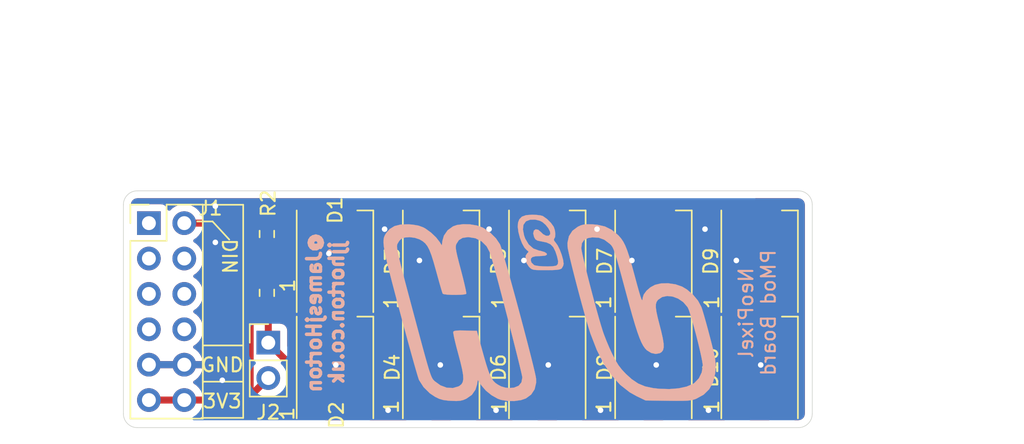
<source format=kicad_pcb>
(kicad_pcb (version 20171130) (host pcbnew "(5.1.9-0-10_14)")

  (general
    (thickness 1.6)
    (drawings 24)
    (tracks 95)
    (zones 0)
    (modules 15)
    (nets 23)
  )

  (page A4)
  (layers
    (0 F.Cu signal)
    (31 B.Cu signal hide)
    (32 B.Adhes user)
    (33 F.Adhes user)
    (34 B.Paste user)
    (35 F.Paste user)
    (36 B.SilkS user)
    (37 F.SilkS user)
    (38 B.Mask user)
    (39 F.Mask user)
    (40 Dwgs.User user)
    (41 Cmts.User user)
    (42 Eco1.User user)
    (43 Eco2.User user)
    (44 Edge.Cuts user)
    (45 Margin user)
    (46 B.CrtYd user)
    (47 F.CrtYd user)
    (48 B.Fab user)
    (49 F.Fab user)
  )

  (setup
    (last_trace_width 0.5)
    (user_trace_width 0.25)
    (user_trace_width 0.5)
    (trace_clearance 0.2)
    (zone_clearance 0.508)
    (zone_45_only no)
    (trace_min 0.2)
    (via_size 0.8)
    (via_drill 0.4)
    (via_min_size 0.4)
    (via_min_drill 0.3)
    (uvia_size 0.3)
    (uvia_drill 0.1)
    (uvias_allowed no)
    (uvia_min_size 0.2)
    (uvia_min_drill 0.1)
    (edge_width 0.05)
    (segment_width 0.2)
    (pcb_text_width 0.3)
    (pcb_text_size 1.5 1.5)
    (mod_edge_width 0.12)
    (mod_text_size 1 1)
    (mod_text_width 0.15)
    (pad_size 1.524 1.524)
    (pad_drill 0.762)
    (pad_to_mask_clearance 0)
    (aux_axis_origin 0 0)
    (visible_elements FFFFFF7F)
    (pcbplotparams
      (layerselection 0x010fc_ffffffff)
      (usegerberextensions false)
      (usegerberattributes true)
      (usegerberadvancedattributes true)
      (creategerberjobfile true)
      (excludeedgelayer true)
      (linewidth 0.100000)
      (plotframeref false)
      (viasonmask false)
      (mode 1)
      (useauxorigin false)
      (hpglpennumber 1)
      (hpglpenspeed 20)
      (hpglpendiameter 15.000000)
      (psnegative false)
      (psa4output false)
      (plotreference true)
      (plotvalue true)
      (plotinvisibletext false)
      (padsonsilk false)
      (subtractmaskfromsilk false)
      (outputformat 1)
      (mirror false)
      (drillshape 0)
      (scaleselection 1)
      (outputdirectory "Gerber-Compact/"))
  )

  (net 0 "")
  (net 1 VCC)
  (net 2 "Net-(D1-Pad2)")
  (net 3 Din_Vcc)
  (net 4 GND)
  (net 5 "Net-(D2-Pad2)")
  (net 6 "Net-(D3-Pad2)")
  (net 7 "Net-(D4-Pad2)")
  (net 8 "Net-(D5-Pad2)")
  (net 9 "Net-(D6-Pad2)")
  (net 10 "Net-(D7-Pad2)")
  (net 11 "Net-(D8-Pad2)")
  (net 12 "Net-(D10-Pad4)")
  (net 13 "Net-(D10-Pad2)")
  (net 14 Din_3v3)
  (net 15 +3V3)
  (net 16 "Net-(J1-Pad4)")
  (net 17 "Net-(J1-Pad3)")
  (net 18 "Net-(J1-Pad1)")
  (net 19 "Net-(J1-Pad8)")
  (net 20 "Net-(J1-Pad7)")
  (net 21 "Net-(J1-Pad6)")
  (net 22 "Net-(J1-Pad5)")

  (net_class Default "This is the default net class."
    (clearance 0.2)
    (trace_width 0.25)
    (via_dia 0.8)
    (via_drill 0.4)
    (uvia_dia 0.3)
    (uvia_drill 0.1)
    (add_net +3V3)
    (add_net Din_3v3)
    (add_net Din_Vcc)
    (add_net GND)
    (add_net "Net-(D1-Pad2)")
    (add_net "Net-(D10-Pad2)")
    (add_net "Net-(D10-Pad4)")
    (add_net "Net-(D2-Pad2)")
    (add_net "Net-(D3-Pad2)")
    (add_net "Net-(D4-Pad2)")
    (add_net "Net-(D5-Pad2)")
    (add_net "Net-(D6-Pad2)")
    (add_net "Net-(D7-Pad2)")
    (add_net "Net-(D8-Pad2)")
    (add_net "Net-(J1-Pad1)")
    (add_net "Net-(J1-Pad3)")
    (add_net "Net-(J1-Pad4)")
    (add_net "Net-(J1-Pad5)")
    (add_net "Net-(J1-Pad6)")
    (add_net "Net-(J1-Pad7)")
    (add_net "Net-(J1-Pad8)")
    (add_net VCC)
  )

  (module jjh:Untitled (layer B.Cu) (tedit 0) (tstamp 6095AD1C)
    (at 138.5 103.25 180)
    (fp_text reference G*** (at 0 0) (layer B.SilkS) hide
      (effects (font (size 1.524 1.524) (thickness 0.3)) (justify mirror))
    )
    (fp_text value LOGO (at 0.75 0) (layer B.SilkS) hide
      (effects (font (size 1.524 1.524) (thickness 0.3)) (justify mirror))
    )
    (fp_poly (pts (xy 1.594781 7.503024) (xy 1.89204 7.396976) (xy 2.080184 7.20351) (xy 2.16866 6.976653)
      (xy 2.191476 6.666911) (xy 2.141511 6.283257) (xy 2.034395 5.874079) (xy 1.88576 5.487763)
      (xy 1.711236 5.172698) (xy 1.526454 4.977269) (xy 1.521832 4.974331) (xy 1.416522 4.889412)
      (xy 1.456297 4.814486) (xy 1.505019 4.77706) (xy 1.620269 4.597788) (xy 1.635995 4.340422)
      (xy 1.558609 4.058976) (xy 1.394518 3.807464) (xy 1.389312 3.801976) (xy 1.283663 3.697335)
      (xy 1.181581 3.627589) (xy 1.047683 3.58566) (xy 0.846582 3.564471) (xy 0.542894 3.556943)
      (xy 0.15954 3.556) (xy -0.292933 3.560685) (xy -0.60577 3.577064) (xy -0.808468 3.608616)
      (xy -0.930526 3.658825) (xy -0.96762 3.689047) (xy -1.075568 3.879633) (xy -1.100667 4.020171)
      (xy -1.074717 4.213254) (xy -0.704632 4.213254) (xy -0.692575 4.005004) (xy -0.588938 3.891487)
      (xy -0.521958 3.866974) (xy -0.286385 3.832946) (xy 0.03696 3.820859) (xy 0.390139 3.828751)
      (xy 0.715214 3.85466) (xy 0.954247 3.896625) (xy 1.016 3.919043) (xy 1.200434 4.092158)
      (xy 1.253389 4.245395) (xy 1.237864 4.399807) (xy 1.13147 4.498513) (xy 0.909687 4.551923)
      (xy 0.547995 4.570447) (xy 0.486833 4.570844) (xy 0.21651 4.598447) (xy 0.096368 4.667218)
      (xy 0.117951 4.759102) (xy 0.2728 4.856043) (xy 0.552458 4.939987) (xy 0.669888 4.96163)
      (xy 1.070112 5.108054) (xy 1.404383 5.398202) (xy 1.654167 5.813241) (xy 1.737138 6.046198)
      (xy 1.820273 6.483021) (xy 1.781114 6.811694) (xy 1.618028 7.04287) (xy 1.580153 7.071642)
      (xy 1.298996 7.178635) (xy 0.950061 7.187119) (xy 0.600498 7.100899) (xy 0.419265 7.005879)
      (xy 0.186876 6.805638) (xy -0.004216 6.56387) (xy -0.123637 6.327913) (xy -0.141016 6.145105)
      (xy -0.138215 6.137026) (xy -0.021856 6.022965) (xy 0.163719 6.0271) (xy 0.376105 6.14029)
      (xy 0.517017 6.278291) (xy 0.727014 6.456109) (xy 0.911107 6.48588) (xy 1.038909 6.388831)
      (xy 1.080034 6.186189) (xy 1.01698 5.929035) (xy 0.922819 5.767023) (xy 0.775319 5.676861)
      (xy 0.520505 5.623228) (xy 0.127479 5.543577) (xy -0.152947 5.417227) (xy -0.354882 5.212123)
      (xy -0.512431 4.896209) (xy -0.629299 4.542612) (xy -0.704632 4.213254) (xy -1.074717 4.213254)
      (xy -1.062123 4.306952) (xy -0.96191 4.663538) (xy -0.823161 5.027687) (xy -0.669007 5.337155)
      (xy -0.54892 5.504809) (xy -0.412033 5.683059) (xy -0.40703 5.788101) (xy -0.416391 5.795376)
      (xy -0.486015 5.924657) (xy -0.504544 6.152667) (xy -0.47395 6.417332) (xy -0.396204 6.656578)
      (xy -0.388559 6.671704) (xy -0.189669 6.950458) (xy 0.091476 7.227796) (xy 0.38263 7.432995)
      (xy 0.3966 7.440321) (xy 0.574459 7.489058) (xy 0.858034 7.523331) (xy 1.163802 7.535333)
      (xy 1.594781 7.503024)) (layer B.SilkS) (width 0.01))
    (fp_poly (pts (xy 6.55668 6.796721) (xy 6.83823 6.698752) (xy 7.230291 6.413727) (xy 7.491853 6.0347)
      (xy 7.59785 5.665369) (xy 7.64319 5.327333) (xy 7.787716 5.5635) (xy 8.054881 5.906814)
      (xy 8.416365 6.24968) (xy 8.807284 6.533967) (xy 8.974666 6.626882) (xy 9.315736 6.751951)
      (xy 9.740375 6.823337) (xy 10.041526 6.844139) (xy 10.601952 6.828035) (xy 11.04133 6.717814)
      (xy 11.385404 6.503771) (xy 11.607515 6.253842) (xy 11.689627 6.132202) (xy 11.755011 6.010442)
      (xy 11.801428 5.875263) (xy 11.826637 5.713369) (xy 11.828399 5.511462) (xy 11.804472 5.256247)
      (xy 11.752618 4.934424) (xy 11.670594 4.532698) (xy 11.556162 4.037772) (xy 11.407081 3.436348)
      (xy 11.22111 2.715129) (xy 10.99601 1.860818) (xy 10.72954 0.860118) (xy 10.646268 0.548353)
      (xy 10.415379 -0.311596) (xy 10.193556 -1.129751) (xy 9.985281 -1.890113) (xy 9.795038 -2.57668)
      (xy 9.627312 -3.173453) (xy 9.486585 -3.664429) (xy 9.377341 -4.033609) (xy 9.304064 -4.264991)
      (xy 9.278656 -4.33224) (xy 8.950877 -4.844128) (xy 8.501616 -5.287438) (xy 8.117094 -5.543431)
      (xy 7.828141 -5.681529) (xy 7.543496 -5.765226) (xy 7.194025 -5.811575) (xy 6.970593 -5.826218)
      (xy 6.59354 -5.838187) (xy 6.324369 -5.821039) (xy 6.102881 -5.766216) (xy 5.881771 -5.671427)
      (xy 5.48453 -5.395939) (xy 5.223379 -5.019697) (xy 5.111325 -4.640852) (xy 5.060069 -4.328703)
      (xy 4.794867 -4.725518) (xy 4.478344 -5.094308) (xy 4.068017 -5.425788) (xy 3.627183 -5.673204)
      (xy 3.401678 -5.754581) (xy 2.933947 -5.834477) (xy 2.430225 -5.839103) (xy 1.956585 -5.772251)
      (xy 1.605439 -5.6515) (xy 1.226658 -5.373533) (xy 0.979878 -4.995009) (xy 0.872183 -4.529694)
      (xy 0.875531 -4.233334) (xy 0.88937 -4.15222) (xy 1.862666 -4.15222) (xy 1.928493 -4.500476)
      (xy 2.125839 -4.742155) (xy 2.454505 -4.877089) (xy 2.777037 -4.908092) (xy 3.081139 -4.876359)
      (xy 3.366583 -4.794761) (xy 3.412037 -4.774001) (xy 3.616594 -4.664152) (xy 3.786946 -4.548455)
      (xy 3.932501 -4.407549) (xy 4.062665 -4.22207) (xy 4.186847 -3.972655) (xy 4.314453 -3.639942)
      (xy 4.454891 -3.204568) (xy 4.617567 -2.647168) (xy 4.81189 -1.948382) (xy 4.847048 -1.820334)
      (xy 5.125742 -0.804334) (xy 5.951011 -0.780083) (xy 6.354883 -0.773947) (xy 6.616839 -0.785846)
      (xy 6.763608 -0.818594) (xy 6.820724 -0.87165) (xy 6.813806 -0.988189) (xy 6.766702 -1.238222)
      (xy 6.685984 -1.592492) (xy 6.57822 -2.021742) (xy 6.480584 -2.386269) (xy 6.305467 -3.044347)
      (xy 6.18404 -3.562024) (xy 6.115969 -3.959384) (xy 6.100921 -4.25651) (xy 6.138562 -4.473486)
      (xy 6.228559 -4.630395) (xy 6.370577 -4.747321) (xy 6.440722 -4.786798) (xy 6.849271 -4.907044)
      (xy 7.293566 -4.880391) (xy 7.739517 -4.714199) (xy 8.151283 -4.417466) (xy 8.210894 -4.360165)
      (xy 8.265128 -4.298914) (xy 8.317844 -4.221177) (xy 8.3729 -4.114416) (xy 8.434155 -3.966094)
      (xy 8.505468 -3.763676) (xy 8.590698 -3.494625) (xy 8.693703 -3.146403) (xy 8.818341 -2.706475)
      (xy 8.968473 -2.162303) (xy 9.147956 -1.501352) (xy 9.360649 -0.711083) (xy 9.610411 0.221038)
      (xy 9.819332 1.001891) (xy 10.070839 1.943922) (xy 10.280997 2.736422) (xy 10.452976 3.393238)
      (xy 10.589946 3.928217) (xy 10.695078 4.355205) (xy 10.771541 4.688047) (xy 10.822507 4.94059)
      (xy 10.851146 5.12668) (xy 10.860627 5.260164) (xy 10.854122 5.354887) (xy 10.8348 5.424696)
      (xy 10.833013 5.429097) (xy 10.701834 5.650269) (xy 10.552825 5.803039) (xy 10.299789 5.898081)
      (xy 9.956666 5.922626) (xy 9.586337 5.878807) (xy 9.25168 5.768761) (xy 9.230198 5.758115)
      (xy 9.012011 5.63014) (xy 8.830684 5.476298) (xy 8.674184 5.27343) (xy 8.530475 4.998379)
      (xy 8.387523 4.627987) (xy 8.233295 4.139097) (xy 8.055754 3.508551) (xy 8.049813 3.486728)
      (xy 7.915445 2.998444) (xy 7.793249 2.56487) (xy 7.691121 2.213189) (xy 7.616954 1.970588)
      (xy 7.578645 1.864251) (xy 7.578564 1.864118) (xy 7.474153 1.825098) (xy 7.247341 1.79793)
      (xy 6.944527 1.782787) (xy 6.612113 1.779842) (xy 6.296499 1.789268) (xy 6.044087 1.811241)
      (xy 5.901277 1.845932) (xy 5.887342 1.857797) (xy 5.893127 1.960608) (xy 5.938152 2.200481)
      (xy 6.016531 2.551271) (xy 6.122373 2.986832) (xy 6.249791 3.481018) (xy 6.270451 3.558775)
      (xy 6.419521 4.124048) (xy 6.52675 4.550805) (xy 6.59643 4.863462) (xy 6.632854 5.086429)
      (xy 6.640316 5.244122) (xy 6.623108 5.360953) (xy 6.599436 5.429684) (xy 6.418534 5.712025)
      (xy 6.147242 5.872792) (xy 5.760269 5.926527) (xy 5.735121 5.926666) (xy 5.228898 5.847186)
      (xy 4.784752 5.621116) (xy 4.427332 5.267011) (xy 4.181291 4.803428) (xy 4.160424 4.741333)
      (xy 4.080352 4.473541) (xy 3.969136 4.079728) (xy 3.831641 3.578721) (xy 3.672729 2.989345)
      (xy 3.497265 2.330428) (xy 3.310114 1.620795) (xy 3.116138 0.879273) (xy 2.920202 0.124688)
      (xy 2.727171 -0.624134) (xy 2.541908 -1.348367) (xy 2.369276 -2.029183) (xy 2.214141 -2.647758)
      (xy 2.081366 -3.185265) (xy 1.975814 -3.622876) (xy 1.902351 -3.941767) (xy 1.86584 -4.123111)
      (xy 1.862666 -4.15222) (xy 0.88937 -4.15222) (xy 0.906787 -4.050139) (xy 0.978465 -3.724823)
      (xy 1.085499 -3.276237) (xy 1.22282 -2.723232) (xy 1.38536 -2.08466) (xy 1.568052 -1.379371)
      (xy 1.765827 -0.626218) (xy 1.973617 0.155948) (xy 2.186355 0.948277) (xy 2.398973 1.731916)
      (xy 2.606402 2.488015) (xy 2.803575 3.197721) (xy 2.985424 3.842185) (xy 3.146881 4.402553)
      (xy 3.282878 4.859976) (xy 3.388347 5.195601) (xy 3.458221 5.390578) (xy 3.469227 5.41454)
      (xy 3.758831 5.841486) (xy 4.158998 6.24145) (xy 4.61317 6.560182) (xy 4.725008 6.619094)
      (xy 5.138588 6.763721) (xy 5.620464 6.842994) (xy 6.11253 6.854724) (xy 6.55668 6.796721)) (layer B.SilkS) (width 0.01))
    (fp_poly (pts (xy -2.542242 6.828419) (xy -2.327106 6.768676) (xy -2.116667 6.670004) (xy -1.731851 6.380838)
      (xy -1.483853 5.995685) (xy -1.378564 5.52594) (xy -1.382398 5.249333) (xy -1.415173 5.048441)
      (xy -1.487983 4.709099) (xy -1.594404 4.255694) (xy -1.728015 3.712612) (xy -1.882393 3.104241)
      (xy -2.051116 2.454965) (xy -2.227761 1.789173) (xy -2.405907 1.13125) (xy -2.579131 0.505582)
      (xy -2.74101 -0.063443) (xy -2.885122 -0.551439) (xy -3.005045 -0.93402) (xy -3.032416 -1.016)
      (xy -3.478993 -2.167274) (xy -3.982865 -3.161007) (xy -4.545841 -3.99964) (xy -5.169727 -4.685615)
      (xy -5.856332 -5.221376) (xy -6.347997 -5.495441) (xy -6.985 -5.799667) (xy -8.593667 -5.820856)
      (xy -9.169797 -5.826721) (xy -9.605681 -5.825647) (xy -9.930339 -5.81555) (xy -10.172788 -5.794347)
      (xy -10.362046 -5.759954) (xy -10.527133 -5.710288) (xy -10.618791 -5.675447) (xy -11.152723 -5.383847)
      (xy -11.556199 -4.98688) (xy -11.831313 -4.481407) (xy -11.980162 -3.864287) (xy -12.004137 -3.598334)
      (xy -12.013081 -3.350802) (xy -12.011754 -3.296436) (xy -11.090649 -3.296436) (xy -11.017608 -3.777571)
      (xy -10.811446 -4.205158) (xy -10.494313 -4.538129) (xy -10.380157 -4.613835) (xy -9.926584 -4.804591)
      (xy -9.350129 -4.928213) (xy -8.684836 -4.98119) (xy -7.964748 -4.960014) (xy -7.513895 -4.909296)
      (xy -6.944326 -4.786769) (xy -6.453105 -4.582622) (xy -5.990099 -4.270666) (xy -5.578134 -3.898055)
      (xy -5.280552 -3.582201) (xy -5.039777 -3.269951) (xy -4.817915 -2.906154) (xy -4.586089 -2.454226)
      (xy -4.377366 -2.000427) (xy -4.167796 -1.503237) (xy -3.988 -1.037101) (xy -3.907487 -0.804334)
      (xy -3.783442 -0.404109) (xy -3.638279 0.092461) (xy -3.478116 0.661701) (xy -3.309067 1.279936)
      (xy -3.137249 1.92349) (xy -2.968777 2.56869) (xy -2.809768 3.191859) (xy -2.666337 3.769324)
      (xy -2.544601 4.277407) (xy -2.450674 4.692436) (xy -2.390674 4.990733) (xy -2.370667 5.144811)
      (xy -2.418869 5.49233) (xy -2.574962 5.7252) (xy -2.856179 5.86033) (xy -3.147086 5.906703)
      (xy -3.613386 5.888865) (xy -4.021603 5.739336) (xy -4.417834 5.441152) (xy -4.421571 5.437662)
      (xy -4.495849 5.364356) (xy -4.562213 5.283282) (xy -4.626069 5.178103) (xy -4.692824 5.032484)
      (xy -4.767884 4.830089) (xy -4.856656 4.554581) (xy -4.964548 4.189626) (xy -5.096966 3.718887)
      (xy -5.259316 3.126029) (xy -5.457006 2.394715) (xy -5.580271 1.936801) (xy -5.830444 1.017553)
      (xy -6.046981 0.248165) (xy -6.235283 -0.386279) (xy -6.400749 -0.900691) (xy -6.548781 -1.309986)
      (xy -6.684778 -1.629078) (xy -6.814141 -1.87288) (xy -6.942269 -2.056305) (xy -7.074562 -2.194269)
      (xy -7.076804 -2.196242) (xy -7.38632 -2.388179) (xy -7.712348 -2.458805) (xy -8.008239 -2.402912)
      (xy -8.1425 -2.315211) (xy -8.238554 -2.182384) (xy -8.284412 -1.988192) (xy -8.278499 -1.711571)
      (xy -8.21924 -1.33146) (xy -8.105059 -0.826795) (xy -8.001 -0.423334) (xy -7.857381 0.13766)
      (xy -7.764695 0.563025) (xy -7.721234 0.878075) (xy -7.725288 1.108123) (xy -7.775146 1.278482)
      (xy -7.869101 1.414466) (xy -7.876344 1.422343) (xy -8.171635 1.624601) (xy -8.534617 1.700442)
      (xy -8.931253 1.658821) (xy -9.327506 1.50869) (xy -9.689339 1.259003) (xy -9.982716 0.918716)
      (xy -10.019856 0.858465) (xy -10.098156 0.675723) (xy -10.204347 0.358895) (xy -10.330342 -0.06064)
      (xy -10.468053 -0.551499) (xy -10.609394 -1.082303) (xy -10.746276 -1.621671) (xy -10.870612 -2.138222)
      (xy -10.974315 -2.600577) (xy -11.049298 -2.977353) (xy -11.087473 -3.237172) (xy -11.090649 -3.296436)
      (xy -12.011754 -3.296436) (xy -12.007443 -3.11993) (xy -11.982 -2.875093) (xy -11.931529 -2.585662)
      (xy -11.850809 -2.221011) (xy -11.734616 -1.750513) (xy -11.600287 -1.230011) (xy -11.456153 -0.686567)
      (xy -11.314376 -0.169224) (xy -11.184495 0.288484) (xy -11.076045 0.653025) (xy -10.998564 0.890866)
      (xy -10.991988 0.908799) (xy -10.752318 1.357349) (xy -10.392867 1.791525) (xy -9.959662 2.162595)
      (xy -9.609667 2.3723) (xy -9.133259 2.536917) (xy -8.600782 2.614312) (xy -8.078171 2.600095)
      (xy -7.661835 2.501976) (xy -7.335063 2.325628) (xy -7.052164 2.08065) (xy -6.851371 1.808221)
      (xy -6.770916 1.549517) (xy -6.770759 1.54222) (xy -6.761209 1.418507) (xy -6.733911 1.395003)
      (xy -6.685169 1.482255) (xy -6.611287 1.690809) (xy -6.508571 2.031213) (xy -6.373325 2.514015)
      (xy -6.201854 3.14976) (xy -6.183855 3.217333) (xy -5.988588 3.934301) (xy -5.820205 4.508442)
      (xy -5.669366 4.962341) (xy -5.52673 5.318584) (xy -5.382957 5.599756) (xy -5.228707 5.828444)
      (xy -5.054638 6.027233) (xy -4.998844 6.08278) (xy -4.544973 6.453532) (xy -4.066308 6.690907)
      (xy -3.51409 6.815207) (xy -3.175 6.842178) (xy -2.804716 6.849641) (xy -2.542242 6.828419)) (layer B.SilkS) (width 0.01))
  )

  (module Resistor_SMD:R_0603_1608Metric (layer F.Cu) (tedit 5F68FEEE) (tstamp 6087026A)
    (at 118.3 97.1 270)
    (descr "Resistor SMD 0603 (1608 Metric), square (rectangular) end terminal, IPC_7351 nominal, (Body size source: IPC-SM-782 page 72, https://www.pcb-3d.com/wordpress/wp-content/uploads/ipc-sm-782a_amendment_1_and_2.pdf), generated with kicad-footprint-generator")
    (tags resistor)
    (path /6088B93D)
    (attr smd)
    (fp_text reference R2 (at -2.2 -0.1 90) (layer F.SilkS)
      (effects (font (size 1 1) (thickness 0.15)))
    )
    (fp_text value 0 (at 0 1.43 90) (layer F.Fab)
      (effects (font (size 1 1) (thickness 0.15)))
    )
    (fp_line (start 1.48 0.73) (end -1.48 0.73) (layer F.CrtYd) (width 0.05))
    (fp_line (start 1.48 -0.73) (end 1.48 0.73) (layer F.CrtYd) (width 0.05))
    (fp_line (start -1.48 -0.73) (end 1.48 -0.73) (layer F.CrtYd) (width 0.05))
    (fp_line (start -1.48 0.73) (end -1.48 -0.73) (layer F.CrtYd) (width 0.05))
    (fp_line (start -0.237258 0.5225) (end 0.237258 0.5225) (layer F.SilkS) (width 0.12))
    (fp_line (start -0.237258 -0.5225) (end 0.237258 -0.5225) (layer F.SilkS) (width 0.12))
    (fp_line (start 0.8 0.4125) (end -0.8 0.4125) (layer F.Fab) (width 0.1))
    (fp_line (start 0.8 -0.4125) (end 0.8 0.4125) (layer F.Fab) (width 0.1))
    (fp_line (start -0.8 -0.4125) (end 0.8 -0.4125) (layer F.Fab) (width 0.1))
    (fp_line (start -0.8 0.4125) (end -0.8 -0.4125) (layer F.Fab) (width 0.1))
    (fp_text user %R (at 0 0 90) (layer F.Fab)
      (effects (font (size 0.4 0.4) (thickness 0.06)))
    )
    (pad 2 smd roundrect (at 0.825 0 270) (size 0.8 0.95) (layers F.Cu F.Paste F.Mask) (roundrect_rratio 0.25)
      (net 14 Din_3v3))
    (pad 1 smd roundrect (at -0.825 0 270) (size 0.8 0.95) (layers F.Cu F.Paste F.Mask) (roundrect_rratio 0.25)
      (net 3 Din_Vcc))
    (model ${KISYS3DMOD}/Resistor_SMD.3dshapes/R_0603_1608Metric.wrl
      (at (xyz 0 0 0))
      (scale (xyz 1 1 1))
      (rotate (xyz 0 0 0))
    )
  )

  (module Resistor_SMD:R_0603_1608Metric (layer F.Cu) (tedit 5F68FEEE) (tstamp 60870259)
    (at 118.3 101.325 90)
    (descr "Resistor SMD 0603 (1608 Metric), square (rectangular) end terminal, IPC_7351 nominal, (Body size source: IPC-SM-782 page 72, https://www.pcb-3d.com/wordpress/wp-content/uploads/ipc-sm-782a_amendment_1_and_2.pdf), generated with kicad-footprint-generator")
    (tags resistor)
    (path /608892A1)
    (attr smd)
    (fp_text reference R1 (at 2.4 0.1 90) (layer F.SilkS) hide
      (effects (font (size 1 1) (thickness 0.15)))
    )
    (fp_text value 0 (at 0 1.43 90) (layer F.Fab)
      (effects (font (size 1 1) (thickness 0.15)))
    )
    (fp_line (start 1.48 0.73) (end -1.48 0.73) (layer F.CrtYd) (width 0.05))
    (fp_line (start 1.48 -0.73) (end 1.48 0.73) (layer F.CrtYd) (width 0.05))
    (fp_line (start -1.48 -0.73) (end 1.48 -0.73) (layer F.CrtYd) (width 0.05))
    (fp_line (start -1.48 0.73) (end -1.48 -0.73) (layer F.CrtYd) (width 0.05))
    (fp_line (start -0.237258 0.5225) (end 0.237258 0.5225) (layer F.SilkS) (width 0.12))
    (fp_line (start -0.237258 -0.5225) (end 0.237258 -0.5225) (layer F.SilkS) (width 0.12))
    (fp_line (start 0.8 0.4125) (end -0.8 0.4125) (layer F.Fab) (width 0.1))
    (fp_line (start 0.8 -0.4125) (end 0.8 0.4125) (layer F.Fab) (width 0.1))
    (fp_line (start -0.8 -0.4125) (end 0.8 -0.4125) (layer F.Fab) (width 0.1))
    (fp_line (start -0.8 0.4125) (end -0.8 -0.4125) (layer F.Fab) (width 0.1))
    (fp_text user %R (at 0 0 90) (layer F.Fab)
      (effects (font (size 0.4 0.4) (thickness 0.06)))
    )
    (pad 2 smd roundrect (at 0.825 0 90) (size 0.8 0.95) (layers F.Cu F.Paste F.Mask) (roundrect_rratio 0.25)
      (net 15 +3V3))
    (pad 1 smd roundrect (at -0.825 0 90) (size 0.8 0.95) (layers F.Cu F.Paste F.Mask) (roundrect_rratio 0.25)
      (net 1 VCC))
    (model ${KISYS3DMOD}/Resistor_SMD.3dshapes/R_0603_1608Metric.wrl
      (at (xyz 0 0 0))
      (scale (xyz 1 1 1))
      (rotate (xyz 0 0 0))
    )
  )

  (module Connector_PinHeader_2.54mm:PinHeader_1x02_P2.54mm_Vertical (layer F.Cu) (tedit 59FED5CC) (tstamp 6086E9AD)
    (at 118.4 104.9)
    (descr "Through hole straight pin header, 1x02, 2.54mm pitch, single row")
    (tags "Through hole pin header THT 1x02 2.54mm single row")
    (path /6088DD0B)
    (fp_text reference J2 (at 0 5) (layer F.SilkS)
      (effects (font (size 1 1) (thickness 0.15)))
    )
    (fp_text value Conn_01x02 (at 0 4.87) (layer F.Fab)
      (effects (font (size 1 1) (thickness 0.15)))
    )
    (fp_line (start 1.8 -1.8) (end -1.8 -1.8) (layer F.CrtYd) (width 0.05))
    (fp_line (start 1.8 4.35) (end 1.8 -1.8) (layer F.CrtYd) (width 0.05))
    (fp_line (start -1.8 4.35) (end 1.8 4.35) (layer F.CrtYd) (width 0.05))
    (fp_line (start -1.8 -1.8) (end -1.8 4.35) (layer F.CrtYd) (width 0.05))
    (fp_line (start -1.33 -1.33) (end 0 -1.33) (layer F.SilkS) (width 0.12))
    (fp_line (start -1.33 0) (end -1.33 -1.33) (layer F.SilkS) (width 0.12))
    (fp_line (start -1.33 1.27) (end 1.33 1.27) (layer F.SilkS) (width 0.12))
    (fp_line (start 1.33 1.27) (end 1.33 3.87) (layer F.SilkS) (width 0.12))
    (fp_line (start -1.33 1.27) (end -1.33 3.87) (layer F.SilkS) (width 0.12))
    (fp_line (start -1.33 3.87) (end 1.33 3.87) (layer F.SilkS) (width 0.12))
    (fp_line (start -1.27 -0.635) (end -0.635 -1.27) (layer F.Fab) (width 0.1))
    (fp_line (start -1.27 3.81) (end -1.27 -0.635) (layer F.Fab) (width 0.1))
    (fp_line (start 1.27 3.81) (end -1.27 3.81) (layer F.Fab) (width 0.1))
    (fp_line (start 1.27 -1.27) (end 1.27 3.81) (layer F.Fab) (width 0.1))
    (fp_line (start -0.635 -1.27) (end 1.27 -1.27) (layer F.Fab) (width 0.1))
    (fp_text user %R (at 0 1.27 -270) (layer F.Fab)
      (effects (font (size 1 1) (thickness 0.15)))
    )
    (pad 2 thru_hole oval (at 0 2.54) (size 1.7 1.7) (drill 1) (layers *.Cu *.Mask)
      (net 15 +3V3))
    (pad 1 thru_hole rect (at 0 0) (size 1.7 1.7) (drill 1) (layers *.Cu *.Mask)
      (net 1 VCC))
    (model ${KISYS3DMOD}/Connector_PinHeader_2.54mm.3dshapes/PinHeader_1x02_P2.54mm_Vertical.wrl
      (at (xyz 0 0 0))
      (scale (xyz 1 1 1))
      (rotate (xyz 0 0 0))
    )
  )

  (module Connector_PinHeader_2.54mm:PinHeader_2x06_P2.54mm_Vertical (layer F.Cu) (tedit 59FED5CC) (tstamp 6086E997)
    (at 109.83 96.32)
    (descr "Through hole straight pin header, 2x06, 2.54mm pitch, double rows")
    (tags "Through hole pin header THT 2x06 2.54mm double row")
    (path /608853A3)
    (fp_text reference J1 (at 4.42 -1.07) (layer F.SilkS)
      (effects (font (size 1 1) (thickness 0.15)))
    )
    (fp_text value Conn_02x06_Counter_Clockwise (at 1.27 15.03) (layer F.Fab)
      (effects (font (size 1 1) (thickness 0.15)))
    )
    (fp_line (start 4.35 -1.8) (end -1.8 -1.8) (layer F.CrtYd) (width 0.05))
    (fp_line (start 4.35 14.5) (end 4.35 -1.8) (layer F.CrtYd) (width 0.05))
    (fp_line (start -1.8 14.5) (end 4.35 14.5) (layer F.CrtYd) (width 0.05))
    (fp_line (start -1.8 -1.8) (end -1.8 14.5) (layer F.CrtYd) (width 0.05))
    (fp_line (start -1.33 -1.33) (end 0 -1.33) (layer F.SilkS) (width 0.12))
    (fp_line (start -1.33 0) (end -1.33 -1.33) (layer F.SilkS) (width 0.12))
    (fp_line (start 1.27 -1.33) (end 3.87 -1.33) (layer F.SilkS) (width 0.12))
    (fp_line (start 1.27 1.27) (end 1.27 -1.33) (layer F.SilkS) (width 0.12))
    (fp_line (start -1.33 1.27) (end 1.27 1.27) (layer F.SilkS) (width 0.12))
    (fp_line (start 3.87 -1.33) (end 3.87 14.03) (layer F.SilkS) (width 0.12))
    (fp_line (start -1.33 1.27) (end -1.33 14.03) (layer F.SilkS) (width 0.12))
    (fp_line (start -1.33 14.03) (end 3.87 14.03) (layer F.SilkS) (width 0.12))
    (fp_line (start -1.27 0) (end 0 -1.27) (layer F.Fab) (width 0.1))
    (fp_line (start -1.27 13.97) (end -1.27 0) (layer F.Fab) (width 0.1))
    (fp_line (start 3.81 13.97) (end -1.27 13.97) (layer F.Fab) (width 0.1))
    (fp_line (start 3.81 -1.27) (end 3.81 13.97) (layer F.Fab) (width 0.1))
    (fp_line (start 0 -1.27) (end 3.81 -1.27) (layer F.Fab) (width 0.1))
    (fp_text user %R (at 1.27 6.35 90) (layer F.Fab)
      (effects (font (size 1 1) (thickness 0.15)))
    )
    (pad 12 thru_hole oval (at 2.54 12.7) (size 1.7 1.7) (drill 1) (layers *.Cu *.Mask)
      (net 15 +3V3))
    (pad 11 thru_hole oval (at 0 12.7) (size 1.7 1.7) (drill 1) (layers *.Cu *.Mask)
      (net 15 +3V3))
    (pad 10 thru_hole oval (at 2.54 10.16) (size 1.7 1.7) (drill 1) (layers *.Cu *.Mask)
      (net 4 GND))
    (pad 9 thru_hole oval (at 0 10.16) (size 1.7 1.7) (drill 1) (layers *.Cu *.Mask)
      (net 4 GND))
    (pad 8 thru_hole oval (at 2.54 7.62) (size 1.7 1.7) (drill 1) (layers *.Cu *.Mask)
      (net 19 "Net-(J1-Pad8)"))
    (pad 7 thru_hole oval (at 0 7.62) (size 1.7 1.7) (drill 1) (layers *.Cu *.Mask)
      (net 20 "Net-(J1-Pad7)"))
    (pad 6 thru_hole oval (at 2.54 5.08) (size 1.7 1.7) (drill 1) (layers *.Cu *.Mask)
      (net 21 "Net-(J1-Pad6)"))
    (pad 5 thru_hole oval (at 0 5.08) (size 1.7 1.7) (drill 1) (layers *.Cu *.Mask)
      (net 22 "Net-(J1-Pad5)"))
    (pad 4 thru_hole oval (at 2.54 2.54) (size 1.7 1.7) (drill 1) (layers *.Cu *.Mask)
      (net 16 "Net-(J1-Pad4)"))
    (pad 3 thru_hole oval (at 0 2.54) (size 1.7 1.7) (drill 1) (layers *.Cu *.Mask)
      (net 17 "Net-(J1-Pad3)"))
    (pad 2 thru_hole oval (at 2.54 0) (size 1.7 1.7) (drill 1) (layers *.Cu *.Mask)
      (net 14 Din_3v3))
    (pad 1 thru_hole rect (at 0 0) (size 1.7 1.7) (drill 1) (layers *.Cu *.Mask)
      (net 18 "Net-(J1-Pad1)"))
    (model ${KISYS3DMOD}/Connector_PinHeader_2.54mm.3dshapes/PinHeader_2x06_P2.54mm_Vertical.wrl
      (at (xyz 0 0 0))
      (scale (xyz 1 1 1))
      (rotate (xyz 0 0 0))
    )
  )

  (module LED_SMD:LED_WS2812B_PLCC4_5.0x5.0mm_P3.2mm (layer F.Cu) (tedit 5AA4B285) (tstamp 6086E975)
    (at 153.67 106.68 90)
    (descr https://cdn-shop.adafruit.com/datasheets/WS2812B.pdf)
    (tags "LED RGB NeoPixel")
    (path /6087D9CA)
    (attr smd)
    (fp_text reference D10 (at 0 -3.5 90) (layer F.SilkS)
      (effects (font (size 1 1) (thickness 0.15)))
    )
    (fp_text value WS2812B (at 0 4 90) (layer F.Fab)
      (effects (font (size 1 1) (thickness 0.15)))
    )
    (fp_circle (center 0 0) (end 0 -2) (layer F.Fab) (width 0.1))
    (fp_line (start 3.65 2.75) (end 3.65 1.6) (layer F.SilkS) (width 0.12))
    (fp_line (start -3.65 2.75) (end 3.65 2.75) (layer F.SilkS) (width 0.12))
    (fp_line (start -3.65 -2.75) (end 3.65 -2.75) (layer F.SilkS) (width 0.12))
    (fp_line (start 2.5 -2.5) (end -2.5 -2.5) (layer F.Fab) (width 0.1))
    (fp_line (start 2.5 2.5) (end 2.5 -2.5) (layer F.Fab) (width 0.1))
    (fp_line (start -2.5 2.5) (end 2.5 2.5) (layer F.Fab) (width 0.1))
    (fp_line (start -2.5 -2.5) (end -2.5 2.5) (layer F.Fab) (width 0.1))
    (fp_line (start 2.5 1.5) (end 1.5 2.5) (layer F.Fab) (width 0.1))
    (fp_line (start -3.45 -2.75) (end -3.45 2.75) (layer F.CrtYd) (width 0.05))
    (fp_line (start -3.45 2.75) (end 3.45 2.75) (layer F.CrtYd) (width 0.05))
    (fp_line (start 3.45 2.75) (end 3.45 -2.75) (layer F.CrtYd) (width 0.05))
    (fp_line (start 3.45 -2.75) (end -3.45 -2.75) (layer F.CrtYd) (width 0.05))
    (fp_text user %R (at 0 0 90) (layer F.Fab)
      (effects (font (size 0.8 0.8) (thickness 0.15)))
    )
    (fp_text user 1 (at -2.82 -3.42 90) (layer F.SilkS)
      (effects (font (size 1 1) (thickness 0.15)))
    )
    (pad 1 smd rect (at -2.45 -1.6 90) (size 1.5 1) (layers F.Cu F.Paste F.Mask)
      (net 1 VCC))
    (pad 2 smd rect (at -2.45 1.6 90) (size 1.5 1) (layers F.Cu F.Paste F.Mask)
      (net 13 "Net-(D10-Pad2)"))
    (pad 4 smd rect (at 2.45 -1.6 90) (size 1.5 1) (layers F.Cu F.Paste F.Mask)
      (net 12 "Net-(D10-Pad4)"))
    (pad 3 smd rect (at 2.45 1.6 90) (size 1.5 1) (layers F.Cu F.Paste F.Mask)
      (net 4 GND))
    (model ${KISYS3DMOD}/LED_SMD.3dshapes/LED_WS2812B_PLCC4_5.0x5.0mm_P3.2mm.wrl
      (at (xyz 0 0 0))
      (scale (xyz 1 1 1))
      (rotate (xyz 0 0 0))
    )
  )

  (module LED_SMD:LED_WS2812B_PLCC4_5.0x5.0mm_P3.2mm (layer F.Cu) (tedit 5AA4B285) (tstamp 6086E95E)
    (at 153.67 99.06 90)
    (descr https://cdn-shop.adafruit.com/datasheets/WS2812B.pdf)
    (tags "LED RGB NeoPixel")
    (path /6087D9C4)
    (attr smd)
    (fp_text reference D9 (at 0 -3.5 90) (layer F.SilkS)
      (effects (font (size 1 1) (thickness 0.15)))
    )
    (fp_text value WS2812B (at 0 4 90) (layer F.Fab)
      (effects (font (size 1 1) (thickness 0.15)))
    )
    (fp_circle (center 0 0) (end 0 -2) (layer F.Fab) (width 0.1))
    (fp_line (start 3.65 2.75) (end 3.65 1.6) (layer F.SilkS) (width 0.12))
    (fp_line (start -3.65 2.75) (end 3.65 2.75) (layer F.SilkS) (width 0.12))
    (fp_line (start -3.65 -2.75) (end 3.65 -2.75) (layer F.SilkS) (width 0.12))
    (fp_line (start 2.5 -2.5) (end -2.5 -2.5) (layer F.Fab) (width 0.1))
    (fp_line (start 2.5 2.5) (end 2.5 -2.5) (layer F.Fab) (width 0.1))
    (fp_line (start -2.5 2.5) (end 2.5 2.5) (layer F.Fab) (width 0.1))
    (fp_line (start -2.5 -2.5) (end -2.5 2.5) (layer F.Fab) (width 0.1))
    (fp_line (start 2.5 1.5) (end 1.5 2.5) (layer F.Fab) (width 0.1))
    (fp_line (start -3.45 -2.75) (end -3.45 2.75) (layer F.CrtYd) (width 0.05))
    (fp_line (start -3.45 2.75) (end 3.45 2.75) (layer F.CrtYd) (width 0.05))
    (fp_line (start 3.45 2.75) (end 3.45 -2.75) (layer F.CrtYd) (width 0.05))
    (fp_line (start 3.45 -2.75) (end -3.45 -2.75) (layer F.CrtYd) (width 0.05))
    (fp_text user %R (at 0 0 90) (layer F.Fab)
      (effects (font (size 0.8 0.8) (thickness 0.15)))
    )
    (fp_text user 1 (at -2.94 -3.42 90) (layer F.SilkS)
      (effects (font (size 1 1) (thickness 0.15)))
    )
    (pad 1 smd rect (at -2.45 -1.6 90) (size 1.5 1) (layers F.Cu F.Paste F.Mask)
      (net 1 VCC))
    (pad 2 smd rect (at -2.45 1.6 90) (size 1.5 1) (layers F.Cu F.Paste F.Mask)
      (net 12 "Net-(D10-Pad4)"))
    (pad 4 smd rect (at 2.45 -1.6 90) (size 1.5 1) (layers F.Cu F.Paste F.Mask)
      (net 11 "Net-(D8-Pad2)"))
    (pad 3 smd rect (at 2.45 1.6 90) (size 1.5 1) (layers F.Cu F.Paste F.Mask)
      (net 4 GND))
    (model ${KISYS3DMOD}/LED_SMD.3dshapes/LED_WS2812B_PLCC4_5.0x5.0mm_P3.2mm.wrl
      (at (xyz 0 0 0))
      (scale (xyz 1 1 1))
      (rotate (xyz 0 0 0))
    )
  )

  (module LED_SMD:LED_WS2812B_PLCC4_5.0x5.0mm_P3.2mm (layer F.Cu) (tedit 5AA4B285) (tstamp 6086E947)
    (at 146.05 106.68 90)
    (descr https://cdn-shop.adafruit.com/datasheets/WS2812B.pdf)
    (tags "LED RGB NeoPixel")
    (path /6087D9BE)
    (attr smd)
    (fp_text reference D8 (at 0 -3.5 90) (layer F.SilkS)
      (effects (font (size 1 1) (thickness 0.15)))
    )
    (fp_text value WS2812B (at 0 4 90) (layer F.Fab)
      (effects (font (size 1 1) (thickness 0.15)))
    )
    (fp_circle (center 0 0) (end 0 -2) (layer F.Fab) (width 0.1))
    (fp_line (start 3.65 2.75) (end 3.65 1.6) (layer F.SilkS) (width 0.12))
    (fp_line (start -3.65 2.75) (end 3.65 2.75) (layer F.SilkS) (width 0.12))
    (fp_line (start -3.65 -2.75) (end 3.65 -2.75) (layer F.SilkS) (width 0.12))
    (fp_line (start 2.5 -2.5) (end -2.5 -2.5) (layer F.Fab) (width 0.1))
    (fp_line (start 2.5 2.5) (end 2.5 -2.5) (layer F.Fab) (width 0.1))
    (fp_line (start -2.5 2.5) (end 2.5 2.5) (layer F.Fab) (width 0.1))
    (fp_line (start -2.5 -2.5) (end -2.5 2.5) (layer F.Fab) (width 0.1))
    (fp_line (start 2.5 1.5) (end 1.5 2.5) (layer F.Fab) (width 0.1))
    (fp_line (start -3.45 -2.75) (end -3.45 2.75) (layer F.CrtYd) (width 0.05))
    (fp_line (start -3.45 2.75) (end 3.45 2.75) (layer F.CrtYd) (width 0.05))
    (fp_line (start 3.45 2.75) (end 3.45 -2.75) (layer F.CrtYd) (width 0.05))
    (fp_line (start 3.45 -2.75) (end -3.45 -2.75) (layer F.CrtYd) (width 0.05))
    (fp_text user %R (at 0 0 90) (layer F.Fab)
      (effects (font (size 0.8 0.8) (thickness 0.15)))
    )
    (fp_text user 1 (at -2.82 -3.55 90) (layer F.SilkS)
      (effects (font (size 1 1) (thickness 0.15)))
    )
    (pad 1 smd rect (at -2.45 -1.6 90) (size 1.5 1) (layers F.Cu F.Paste F.Mask)
      (net 1 VCC))
    (pad 2 smd rect (at -2.45 1.6 90) (size 1.5 1) (layers F.Cu F.Paste F.Mask)
      (net 11 "Net-(D8-Pad2)"))
    (pad 4 smd rect (at 2.45 -1.6 90) (size 1.5 1) (layers F.Cu F.Paste F.Mask)
      (net 10 "Net-(D7-Pad2)"))
    (pad 3 smd rect (at 2.45 1.6 90) (size 1.5 1) (layers F.Cu F.Paste F.Mask)
      (net 4 GND))
    (model ${KISYS3DMOD}/LED_SMD.3dshapes/LED_WS2812B_PLCC4_5.0x5.0mm_P3.2mm.wrl
      (at (xyz 0 0 0))
      (scale (xyz 1 1 1))
      (rotate (xyz 0 0 0))
    )
  )

  (module LED_SMD:LED_WS2812B_PLCC4_5.0x5.0mm_P3.2mm (layer F.Cu) (tedit 5AA4B285) (tstamp 6086E930)
    (at 146.05 99.06 90)
    (descr https://cdn-shop.adafruit.com/datasheets/WS2812B.pdf)
    (tags "LED RGB NeoPixel")
    (path /6087D9B8)
    (attr smd)
    (fp_text reference D7 (at 0 -3.5 90) (layer F.SilkS)
      (effects (font (size 1 1) (thickness 0.15)))
    )
    (fp_text value WS2812B (at 0 4 90) (layer F.Fab)
      (effects (font (size 1 1) (thickness 0.15)))
    )
    (fp_circle (center 0 0) (end 0 -2) (layer F.Fab) (width 0.1))
    (fp_line (start 3.65 2.75) (end 3.65 1.6) (layer F.SilkS) (width 0.12))
    (fp_line (start -3.65 2.75) (end 3.65 2.75) (layer F.SilkS) (width 0.12))
    (fp_line (start -3.65 -2.75) (end 3.65 -2.75) (layer F.SilkS) (width 0.12))
    (fp_line (start 2.5 -2.5) (end -2.5 -2.5) (layer F.Fab) (width 0.1))
    (fp_line (start 2.5 2.5) (end 2.5 -2.5) (layer F.Fab) (width 0.1))
    (fp_line (start -2.5 2.5) (end 2.5 2.5) (layer F.Fab) (width 0.1))
    (fp_line (start -2.5 -2.5) (end -2.5 2.5) (layer F.Fab) (width 0.1))
    (fp_line (start 2.5 1.5) (end 1.5 2.5) (layer F.Fab) (width 0.1))
    (fp_line (start -3.45 -2.75) (end -3.45 2.75) (layer F.CrtYd) (width 0.05))
    (fp_line (start -3.45 2.75) (end 3.45 2.75) (layer F.CrtYd) (width 0.05))
    (fp_line (start 3.45 2.75) (end 3.45 -2.75) (layer F.CrtYd) (width 0.05))
    (fp_line (start 3.45 -2.75) (end -3.45 -2.75) (layer F.CrtYd) (width 0.05))
    (fp_text user %R (at 0 0 90) (layer F.Fab)
      (effects (font (size 0.8 0.8) (thickness 0.15)))
    )
    (fp_text user 1 (at -2.94 -3.55 90) (layer F.SilkS)
      (effects (font (size 1 1) (thickness 0.15)))
    )
    (pad 1 smd rect (at -2.45 -1.6 90) (size 1.5 1) (layers F.Cu F.Paste F.Mask)
      (net 1 VCC))
    (pad 2 smd rect (at -2.45 1.6 90) (size 1.5 1) (layers F.Cu F.Paste F.Mask)
      (net 10 "Net-(D7-Pad2)"))
    (pad 4 smd rect (at 2.45 -1.6 90) (size 1.5 1) (layers F.Cu F.Paste F.Mask)
      (net 9 "Net-(D6-Pad2)"))
    (pad 3 smd rect (at 2.45 1.6 90) (size 1.5 1) (layers F.Cu F.Paste F.Mask)
      (net 4 GND))
    (model ${KISYS3DMOD}/LED_SMD.3dshapes/LED_WS2812B_PLCC4_5.0x5.0mm_P3.2mm.wrl
      (at (xyz 0 0 0))
      (scale (xyz 1 1 1))
      (rotate (xyz 0 0 0))
    )
  )

  (module LED_SMD:LED_WS2812B_PLCC4_5.0x5.0mm_P3.2mm (layer F.Cu) (tedit 5AA4B285) (tstamp 6086E919)
    (at 138.43 106.68 90)
    (descr https://cdn-shop.adafruit.com/datasheets/WS2812B.pdf)
    (tags "LED RGB NeoPixel")
    (path /6087D9B2)
    (attr smd)
    (fp_text reference D6 (at 0 -3.5 90) (layer F.SilkS)
      (effects (font (size 1 1) (thickness 0.15)))
    )
    (fp_text value WS2812B (at 0 4 90) (layer F.Fab)
      (effects (font (size 1 1) (thickness 0.15)))
    )
    (fp_circle (center 0 0) (end 0 -2) (layer F.Fab) (width 0.1))
    (fp_line (start 3.65 2.75) (end 3.65 1.6) (layer F.SilkS) (width 0.12))
    (fp_line (start -3.65 2.75) (end 3.65 2.75) (layer F.SilkS) (width 0.12))
    (fp_line (start -3.65 -2.75) (end 3.65 -2.75) (layer F.SilkS) (width 0.12))
    (fp_line (start 2.5 -2.5) (end -2.5 -2.5) (layer F.Fab) (width 0.1))
    (fp_line (start 2.5 2.5) (end 2.5 -2.5) (layer F.Fab) (width 0.1))
    (fp_line (start -2.5 2.5) (end 2.5 2.5) (layer F.Fab) (width 0.1))
    (fp_line (start -2.5 -2.5) (end -2.5 2.5) (layer F.Fab) (width 0.1))
    (fp_line (start 2.5 1.5) (end 1.5 2.5) (layer F.Fab) (width 0.1))
    (fp_line (start -3.45 -2.75) (end -3.45 2.75) (layer F.CrtYd) (width 0.05))
    (fp_line (start -3.45 2.75) (end 3.45 2.75) (layer F.CrtYd) (width 0.05))
    (fp_line (start 3.45 2.75) (end 3.45 -2.75) (layer F.CrtYd) (width 0.05))
    (fp_line (start 3.45 -2.75) (end -3.45 -2.75) (layer F.CrtYd) (width 0.05))
    (fp_text user %R (at 0 0 90) (layer F.Fab)
      (effects (font (size 0.8 0.8) (thickness 0.15)))
    )
    (fp_text user 1 (at -2.82 -3.43 90) (layer F.SilkS)
      (effects (font (size 1 1) (thickness 0.15)))
    )
    (pad 1 smd rect (at -2.45 -1.6 90) (size 1.5 1) (layers F.Cu F.Paste F.Mask)
      (net 1 VCC))
    (pad 2 smd rect (at -2.45 1.6 90) (size 1.5 1) (layers F.Cu F.Paste F.Mask)
      (net 9 "Net-(D6-Pad2)"))
    (pad 4 smd rect (at 2.45 -1.6 90) (size 1.5 1) (layers F.Cu F.Paste F.Mask)
      (net 8 "Net-(D5-Pad2)"))
    (pad 3 smd rect (at 2.45 1.6 90) (size 1.5 1) (layers F.Cu F.Paste F.Mask)
      (net 4 GND))
    (model ${KISYS3DMOD}/LED_SMD.3dshapes/LED_WS2812B_PLCC4_5.0x5.0mm_P3.2mm.wrl
      (at (xyz 0 0 0))
      (scale (xyz 1 1 1))
      (rotate (xyz 0 0 0))
    )
  )

  (module LED_SMD:LED_WS2812B_PLCC4_5.0x5.0mm_P3.2mm (layer F.Cu) (tedit 5AA4B285) (tstamp 6086E902)
    (at 138.43 99.06 90)
    (descr https://cdn-shop.adafruit.com/datasheets/WS2812B.pdf)
    (tags "LED RGB NeoPixel")
    (path /60870A95)
    (attr smd)
    (fp_text reference D5 (at 0 -3.5 90) (layer F.SilkS)
      (effects (font (size 1 1) (thickness 0.15)))
    )
    (fp_text value WS2812B (at 0 4 90) (layer F.Fab)
      (effects (font (size 1 1) (thickness 0.15)))
    )
    (fp_circle (center 0 0) (end 0 -2) (layer F.Fab) (width 0.1))
    (fp_line (start 3.65 2.75) (end 3.65 1.6) (layer F.SilkS) (width 0.12))
    (fp_line (start -3.65 2.75) (end 3.65 2.75) (layer F.SilkS) (width 0.12))
    (fp_line (start -3.65 -2.75) (end 3.65 -2.75) (layer F.SilkS) (width 0.12))
    (fp_line (start 2.5 -2.5) (end -2.5 -2.5) (layer F.Fab) (width 0.1))
    (fp_line (start 2.5 2.5) (end 2.5 -2.5) (layer F.Fab) (width 0.1))
    (fp_line (start -2.5 2.5) (end 2.5 2.5) (layer F.Fab) (width 0.1))
    (fp_line (start -2.5 -2.5) (end -2.5 2.5) (layer F.Fab) (width 0.1))
    (fp_line (start 2.5 1.5) (end 1.5 2.5) (layer F.Fab) (width 0.1))
    (fp_line (start -3.45 -2.75) (end -3.45 2.75) (layer F.CrtYd) (width 0.05))
    (fp_line (start -3.45 2.75) (end 3.45 2.75) (layer F.CrtYd) (width 0.05))
    (fp_line (start 3.45 2.75) (end 3.45 -2.75) (layer F.CrtYd) (width 0.05))
    (fp_line (start 3.45 -2.75) (end -3.45 -2.75) (layer F.CrtYd) (width 0.05))
    (fp_text user %R (at 0 0 90) (layer F.Fab)
      (effects (font (size 0.8 0.8) (thickness 0.15)))
    )
    (fp_text user 1 (at -2.94 -3.43 90) (layer F.SilkS)
      (effects (font (size 1 1) (thickness 0.15)))
    )
    (pad 1 smd rect (at -2.45 -1.6 90) (size 1.5 1) (layers F.Cu F.Paste F.Mask)
      (net 1 VCC))
    (pad 2 smd rect (at -2.45 1.6 90) (size 1.5 1) (layers F.Cu F.Paste F.Mask)
      (net 8 "Net-(D5-Pad2)"))
    (pad 4 smd rect (at 2.45 -1.6 90) (size 1.5 1) (layers F.Cu F.Paste F.Mask)
      (net 7 "Net-(D4-Pad2)"))
    (pad 3 smd rect (at 2.45 1.6 90) (size 1.5 1) (layers F.Cu F.Paste F.Mask)
      (net 4 GND))
    (model ${KISYS3DMOD}/LED_SMD.3dshapes/LED_WS2812B_PLCC4_5.0x5.0mm_P3.2mm.wrl
      (at (xyz 0 0 0))
      (scale (xyz 1 1 1))
      (rotate (xyz 0 0 0))
    )
  )

  (module LED_SMD:LED_WS2812B_PLCC4_5.0x5.0mm_P3.2mm (layer F.Cu) (tedit 5AA4B285) (tstamp 6086E8EB)
    (at 130.81 106.68 90)
    (descr https://cdn-shop.adafruit.com/datasheets/WS2812B.pdf)
    (tags "LED RGB NeoPixel")
    (path /6086FE7D)
    (attr smd)
    (fp_text reference D4 (at 0 -3.5 90) (layer F.SilkS)
      (effects (font (size 1 1) (thickness 0.15)))
    )
    (fp_text value WS2812B (at 0 4 90) (layer F.Fab)
      (effects (font (size 1 1) (thickness 0.15)))
    )
    (fp_circle (center 0 0) (end 0 -2) (layer F.Fab) (width 0.1))
    (fp_line (start 3.65 2.75) (end 3.65 1.6) (layer F.SilkS) (width 0.12))
    (fp_line (start -3.65 2.75) (end 3.65 2.75) (layer F.SilkS) (width 0.12))
    (fp_line (start -3.65 -2.75) (end 3.65 -2.75) (layer F.SilkS) (width 0.12))
    (fp_line (start 2.5 -2.5) (end -2.5 -2.5) (layer F.Fab) (width 0.1))
    (fp_line (start 2.5 2.5) (end 2.5 -2.5) (layer F.Fab) (width 0.1))
    (fp_line (start -2.5 2.5) (end 2.5 2.5) (layer F.Fab) (width 0.1))
    (fp_line (start -2.5 -2.5) (end -2.5 2.5) (layer F.Fab) (width 0.1))
    (fp_line (start 2.5 1.5) (end 1.5 2.5) (layer F.Fab) (width 0.1))
    (fp_line (start -3.45 -2.75) (end -3.45 2.75) (layer F.CrtYd) (width 0.05))
    (fp_line (start -3.45 2.75) (end 3.45 2.75) (layer F.CrtYd) (width 0.05))
    (fp_line (start 3.45 2.75) (end 3.45 -2.75) (layer F.CrtYd) (width 0.05))
    (fp_line (start 3.45 -2.75) (end -3.45 -2.75) (layer F.CrtYd) (width 0.05))
    (fp_text user %R (at 0 0 90) (layer F.Fab)
      (effects (font (size 0.8 0.8) (thickness 0.15)))
    )
    (fp_text user 1 (at -2.82 -3.56 90) (layer F.SilkS)
      (effects (font (size 1 1) (thickness 0.15)))
    )
    (pad 1 smd rect (at -2.45 -1.6 90) (size 1.5 1) (layers F.Cu F.Paste F.Mask)
      (net 1 VCC))
    (pad 2 smd rect (at -2.45 1.6 90) (size 1.5 1) (layers F.Cu F.Paste F.Mask)
      (net 7 "Net-(D4-Pad2)"))
    (pad 4 smd rect (at 2.45 -1.6 90) (size 1.5 1) (layers F.Cu F.Paste F.Mask)
      (net 6 "Net-(D3-Pad2)"))
    (pad 3 smd rect (at 2.45 1.6 90) (size 1.5 1) (layers F.Cu F.Paste F.Mask)
      (net 4 GND))
    (model ${KISYS3DMOD}/LED_SMD.3dshapes/LED_WS2812B_PLCC4_5.0x5.0mm_P3.2mm.wrl
      (at (xyz 0 0 0))
      (scale (xyz 1 1 1))
      (rotate (xyz 0 0 0))
    )
  )

  (module LED_SMD:LED_WS2812B_PLCC4_5.0x5.0mm_P3.2mm (layer F.Cu) (tedit 5AA4B285) (tstamp 6086E8D4)
    (at 130.81 99.06 90)
    (descr https://cdn-shop.adafruit.com/datasheets/WS2812B.pdf)
    (tags "LED RGB NeoPixel")
    (path /6086FE77)
    (attr smd)
    (fp_text reference D3 (at 0 -3.5 90) (layer F.SilkS)
      (effects (font (size 1 1) (thickness 0.15)))
    )
    (fp_text value WS2812B (at 0 4 90) (layer F.Fab)
      (effects (font (size 1 1) (thickness 0.15)))
    )
    (fp_circle (center 0 0) (end 0 -2) (layer F.Fab) (width 0.1))
    (fp_line (start 3.65 2.75) (end 3.65 1.6) (layer F.SilkS) (width 0.12))
    (fp_line (start -3.65 2.75) (end 3.65 2.75) (layer F.SilkS) (width 0.12))
    (fp_line (start -3.65 -2.75) (end 3.65 -2.75) (layer F.SilkS) (width 0.12))
    (fp_line (start 2.5 -2.5) (end -2.5 -2.5) (layer F.Fab) (width 0.1))
    (fp_line (start 2.5 2.5) (end 2.5 -2.5) (layer F.Fab) (width 0.1))
    (fp_line (start -2.5 2.5) (end 2.5 2.5) (layer F.Fab) (width 0.1))
    (fp_line (start -2.5 -2.5) (end -2.5 2.5) (layer F.Fab) (width 0.1))
    (fp_line (start 2.5 1.5) (end 1.5 2.5) (layer F.Fab) (width 0.1))
    (fp_line (start -3.45 -2.75) (end -3.45 2.75) (layer F.CrtYd) (width 0.05))
    (fp_line (start -3.45 2.75) (end 3.45 2.75) (layer F.CrtYd) (width 0.05))
    (fp_line (start 3.45 2.75) (end 3.45 -2.75) (layer F.CrtYd) (width 0.05))
    (fp_line (start 3.45 -2.75) (end -3.45 -2.75) (layer F.CrtYd) (width 0.05))
    (fp_text user %R (at 0 0 90) (layer F.Fab)
      (effects (font (size 0.8 0.8) (thickness 0.15)))
    )
    (fp_text user 1 (at -2.94 -3.56 90) (layer F.SilkS)
      (effects (font (size 1 1) (thickness 0.15)))
    )
    (pad 1 smd rect (at -2.45 -1.6 90) (size 1.5 1) (layers F.Cu F.Paste F.Mask)
      (net 1 VCC))
    (pad 2 smd rect (at -2.45 1.6 90) (size 1.5 1) (layers F.Cu F.Paste F.Mask)
      (net 6 "Net-(D3-Pad2)"))
    (pad 4 smd rect (at 2.45 -1.6 90) (size 1.5 1) (layers F.Cu F.Paste F.Mask)
      (net 5 "Net-(D2-Pad2)"))
    (pad 3 smd rect (at 2.45 1.6 90) (size 1.5 1) (layers F.Cu F.Paste F.Mask)
      (net 4 GND))
    (model ${KISYS3DMOD}/LED_SMD.3dshapes/LED_WS2812B_PLCC4_5.0x5.0mm_P3.2mm.wrl
      (at (xyz 0 0 0))
      (scale (xyz 1 1 1))
      (rotate (xyz 0 0 0))
    )
  )

  (module LED_SMD:LED_WS2812B_PLCC4_5.0x5.0mm_P3.2mm (layer F.Cu) (tedit 5AA4B285) (tstamp 6086E8BD)
    (at 123.19 106.68 90)
    (descr https://cdn-shop.adafruit.com/datasheets/WS2812B.pdf)
    (tags "LED RGB NeoPixel")
    (path /6086ED23)
    (attr smd)
    (fp_text reference D2 (at -3.42 0.11 90) (layer F.SilkS)
      (effects (font (size 1 1) (thickness 0.15)))
    )
    (fp_text value WS2812B (at 0 4 90) (layer F.Fab)
      (effects (font (size 1 1) (thickness 0.15)))
    )
    (fp_circle (center 0 0) (end 0 -2) (layer F.Fab) (width 0.1))
    (fp_line (start 3.65 2.75) (end 3.65 1.6) (layer F.SilkS) (width 0.12))
    (fp_line (start -3.65 2.75) (end 3.65 2.75) (layer F.SilkS) (width 0.12))
    (fp_line (start -3.65 -2.75) (end 3.65 -2.75) (layer F.SilkS) (width 0.12))
    (fp_line (start 2.5 -2.5) (end -2.5 -2.5) (layer F.Fab) (width 0.1))
    (fp_line (start 2.5 2.5) (end 2.5 -2.5) (layer F.Fab) (width 0.1))
    (fp_line (start -2.5 2.5) (end 2.5 2.5) (layer F.Fab) (width 0.1))
    (fp_line (start -2.5 -2.5) (end -2.5 2.5) (layer F.Fab) (width 0.1))
    (fp_line (start 2.5 1.5) (end 1.5 2.5) (layer F.Fab) (width 0.1))
    (fp_line (start -3.45 -2.75) (end -3.45 2.75) (layer F.CrtYd) (width 0.05))
    (fp_line (start -3.45 2.75) (end 3.45 2.75) (layer F.CrtYd) (width 0.05))
    (fp_line (start 3.45 2.75) (end 3.45 -2.75) (layer F.CrtYd) (width 0.05))
    (fp_line (start 3.45 -2.75) (end -3.45 -2.75) (layer F.CrtYd) (width 0.05))
    (fp_text user %R (at 0 0 90) (layer F.Fab)
      (effects (font (size 0.8 0.8) (thickness 0.15)))
    )
    (fp_text user 1 (at -3.32 -3.44 90) (layer F.SilkS)
      (effects (font (size 1 1) (thickness 0.15)))
    )
    (pad 1 smd rect (at -2.45 -1.6 90) (size 1.5 1) (layers F.Cu F.Paste F.Mask)
      (net 1 VCC))
    (pad 2 smd rect (at -2.45 1.6 90) (size 1.5 1) (layers F.Cu F.Paste F.Mask)
      (net 5 "Net-(D2-Pad2)"))
    (pad 4 smd rect (at 2.45 -1.6 90) (size 1.5 1) (layers F.Cu F.Paste F.Mask)
      (net 2 "Net-(D1-Pad2)"))
    (pad 3 smd rect (at 2.45 1.6 90) (size 1.5 1) (layers F.Cu F.Paste F.Mask)
      (net 4 GND))
    (model ${KISYS3DMOD}/LED_SMD.3dshapes/LED_WS2812B_PLCC4_5.0x5.0mm_P3.2mm.wrl
      (at (xyz 0 0 0))
      (scale (xyz 1 1 1))
      (rotate (xyz 0 0 0))
    )
  )

  (module LED_SMD:LED_WS2812B_PLCC4_5.0x5.0mm_P3.2mm (layer F.Cu) (tedit 5AA4B285) (tstamp 6086E8A6)
    (at 123.19 99.06 90)
    (descr https://cdn-shop.adafruit.com/datasheets/WS2812B.pdf)
    (tags "LED RGB NeoPixel")
    (path /6086DBA5)
    (attr smd)
    (fp_text reference D1 (at 3.66 0.01 90) (layer F.SilkS)
      (effects (font (size 1 1) (thickness 0.15)))
    )
    (fp_text value WS2812B (at 0 4 90) (layer F.Fab)
      (effects (font (size 1 1) (thickness 0.15)))
    )
    (fp_circle (center 0 0) (end 0 -2) (layer F.Fab) (width 0.1))
    (fp_line (start 3.65 2.75) (end 3.65 1.6) (layer F.SilkS) (width 0.12))
    (fp_line (start -3.65 2.75) (end 3.65 2.75) (layer F.SilkS) (width 0.12))
    (fp_line (start -3.65 -2.75) (end 3.65 -2.75) (layer F.SilkS) (width 0.12))
    (fp_line (start 2.5 -2.5) (end -2.5 -2.5) (layer F.Fab) (width 0.1))
    (fp_line (start 2.5 2.5) (end 2.5 -2.5) (layer F.Fab) (width 0.1))
    (fp_line (start -2.5 2.5) (end 2.5 2.5) (layer F.Fab) (width 0.1))
    (fp_line (start -2.5 -2.5) (end -2.5 2.5) (layer F.Fab) (width 0.1))
    (fp_line (start 2.5 1.5) (end 1.5 2.5) (layer F.Fab) (width 0.1))
    (fp_line (start -3.45 -2.75) (end -3.45 2.75) (layer F.CrtYd) (width 0.05))
    (fp_line (start -3.45 2.75) (end 3.45 2.75) (layer F.CrtYd) (width 0.05))
    (fp_line (start 3.45 2.75) (end 3.45 -2.75) (layer F.CrtYd) (width 0.05))
    (fp_line (start 3.45 -2.75) (end -3.45 -2.75) (layer F.CrtYd) (width 0.05))
    (fp_text user %R (at 0 0 90) (layer F.Fab)
      (effects (font (size 0.8 0.8) (thickness 0.15)))
    )
    (fp_text user 1 (at -1.74 -3.39 90) (layer F.SilkS)
      (effects (font (size 1 1) (thickness 0.15)))
    )
    (pad 1 smd rect (at -2.45 -1.6 90) (size 1.5 1) (layers F.Cu F.Paste F.Mask)
      (net 1 VCC))
    (pad 2 smd rect (at -2.45 1.6 90) (size 1.5 1) (layers F.Cu F.Paste F.Mask)
      (net 2 "Net-(D1-Pad2)"))
    (pad 4 smd rect (at 2.45 -1.6 90) (size 1.5 1) (layers F.Cu F.Paste F.Mask)
      (net 3 Din_Vcc))
    (pad 3 smd rect (at 2.45 1.6 90) (size 1.5 1) (layers F.Cu F.Paste F.Mask)
      (net 4 GND))
    (model ${KISYS3DMOD}/LED_SMD.3dshapes/LED_WS2812B_PLCC4_5.0x5.0mm_P3.2mm.wrl
      (at (xyz 0 0 0))
      (scale (xyz 1 1 1))
      (rotate (xyz 0 0 0))
    )
  )

  (gr_text "NeoPixel\nPMod Board" (at 153.5 102.75 90) (layer B.SilkS)
    (effects (font (size 1 1) (thickness 0.15)) (justify mirror))
  )
  (gr_line (start 116.6 95) (end 113.7 95) (layer F.SilkS) (width 0.12))
  (gr_line (start 116.6 105.1) (end 116.6 95) (layer F.SilkS) (width 0.12))
  (gr_line (start 114.4 96.2) (end 113.3 96.2) (layer F.SilkS) (width 0.12))
  (gr_line (start 115.6 97.5) (end 114.4 96.2) (layer F.SilkS) (width 0.12))
  (gr_text DIN (at 115.6 98.7 -90) (layer F.SilkS)
    (effects (font (size 1 1) (thickness 0.15)))
  )
  (gr_text GND (at 115.1 106.5) (layer F.SilkS)
    (effects (font (size 1 1) (thickness 0.15)))
  )
  (gr_text 3V3 (at 115.1 109.1) (layer F.SilkS)
    (effects (font (size 1 1) (thickness 0.15)))
  )
  (gr_line (start 113.7 107.7) (end 116.6 107.7) (layer F.SilkS) (width 0.12))
  (gr_line (start 113.7 105.1) (end 113.7 107.8) (layer F.SilkS) (width 0.12))
  (gr_line (start 116.6 105.1) (end 113.7 105.1) (layer F.SilkS) (width 0.12))
  (gr_line (start 116.6 110.3) (end 116.6 105.1) (layer F.SilkS) (width 0.12))
  (gr_line (start 113.6 110.3) (end 116.6 110.3) (layer F.SilkS) (width 0.12))
  (gr_text "@JamesjHorton\njjhorton.co.uk" (at 122.5 102.75 90) (layer B.SilkS)
    (effects (font (size 1 1) (thickness 0.25)) (justify mirror))
  )
  (dimension 17 (width 0.15) (layer Dwgs.User)
    (gr_text "17.000 mm" (at 171.3 102.5 270) (layer Dwgs.User)
      (effects (font (size 1 1) (thickness 0.15)))
    )
    (feature1 (pts (xy 157.5 111) (xy 170.586421 111)))
    (feature2 (pts (xy 157.5 94) (xy 170.586421 94)))
    (crossbar (pts (xy 170 94) (xy 170 111)))
    (arrow1a (pts (xy 170 111) (xy 169.413579 109.873496)))
    (arrow1b (pts (xy 170 111) (xy 170.586421 109.873496)))
    (arrow2a (pts (xy 170 94) (xy 169.413579 95.126504)))
    (arrow2b (pts (xy 170 94) (xy 170.586421 95.126504)))
  )
  (gr_arc (start 109 110) (end 108 110) (angle -90) (layer Edge.Cuts) (width 0.05) (tstamp 6086EB18))
  (gr_arc (start 109 95) (end 109 94) (angle -90) (layer Edge.Cuts) (width 0.05) (tstamp 6086EB18))
  (gr_arc (start 156.45 95) (end 157.45 95) (angle -90) (layer Edge.Cuts) (width 0.05) (tstamp 6086EB18))
  (gr_arc (start 156.45 110) (end 156.45 111) (angle -90) (layer Edge.Cuts) (width 0.05))
  (gr_line (start 156.45 94) (end 109 94) (layer Edge.Cuts) (width 0.05) (tstamp 6087043B))
  (gr_line (start 157.45 110) (end 157.45 95) (layer Edge.Cuts) (width 0.05))
  (gr_line (start 109 111) (end 156.45 111) (layer Edge.Cuts) (width 0.05))
  (gr_line (start 108 95) (end 108 110) (layer Edge.Cuts) (width 0.05))
  (dimension 49.6 (width 0.15) (layer Dwgs.User)
    (gr_text "49.600 mm" (at 132.7 81) (layer Dwgs.User)
      (effects (font (size 1 1) (thickness 0.15)))
    )
    (feature1 (pts (xy 157.5 94) (xy 157.5 81.713579)))
    (feature2 (pts (xy 107.9 94) (xy 107.9 81.713579)))
    (crossbar (pts (xy 107.9 82.3) (xy 157.5 82.3)))
    (arrow1a (pts (xy 157.5 82.3) (xy 156.373496 82.886421)))
    (arrow1b (pts (xy 157.5 82.3) (xy 156.373496 81.713579)))
    (arrow2a (pts (xy 107.9 82.3) (xy 109.026504 82.886421)))
    (arrow2b (pts (xy 107.9 82.3) (xy 109.026504 81.713579)))
  )

  (segment (start 121.59 108.81) (end 121.59 109.13) (width 0.5) (layer F.Cu) (net 1))
  (segment (start 130.160001 100.559999) (end 129.21 101.51) (width 0.5) (layer F.Cu) (net 1))
  (segment (start 130.160001 95.499999) (end 130.160001 100.559999) (width 0.5) (layer F.Cu) (net 1))
  (segment (start 130.070001 95.409999) (end 130.160001 95.499999) (width 0.5) (layer F.Cu) (net 1))
  (segment (start 123.929999 95.409999) (end 130.070001 95.409999) (width 0.5) (layer F.Cu) (net 1))
  (segment (start 123.839999 95.499999) (end 123.929999 95.409999) (width 0.5) (layer F.Cu) (net 1))
  (segment (start 123.839999 99.260001) (end 123.839999 95.499999) (width 0.5) (layer F.Cu) (net 1))
  (segment (start 121.59 101.51) (end 123.839999 99.260001) (width 0.5) (layer F.Cu) (net 1))
  (segment (start 128.259999 108.179999) (end 129.21 109.13) (width 0.5) (layer F.Cu) (net 1))
  (segment (start 128.259999 102.460001) (end 128.259999 108.179999) (width 0.5) (layer F.Cu) (net 1))
  (segment (start 129.21 101.51) (end 128.259999 102.460001) (width 0.5) (layer F.Cu) (net 1))
  (segment (start 137.690001 95.409999) (end 130.070001 95.409999) (width 0.5) (layer F.Cu) (net 1))
  (segment (start 137.780001 95.499999) (end 137.690001 95.409999) (width 0.5) (layer F.Cu) (net 1))
  (segment (start 137.780001 100.559999) (end 137.780001 95.499999) (width 0.5) (layer F.Cu) (net 1))
  (segment (start 136.83 101.51) (end 137.780001 100.559999) (width 0.5) (layer F.Cu) (net 1))
  (segment (start 135.879999 108.179999) (end 135.879999 102.460001) (width 0.5) (layer F.Cu) (net 1))
  (segment (start 135.879999 102.460001) (end 136.83 101.51) (width 0.5) (layer F.Cu) (net 1))
  (segment (start 136.83 109.13) (end 135.879999 108.179999) (width 0.5) (layer F.Cu) (net 1))
  (segment (start 145.310001 95.409999) (end 137.870001 95.409999) (width 0.5) (layer F.Cu) (net 1))
  (segment (start 146.699999 96.799997) (end 145.310001 95.409999) (width 0.5) (layer F.Cu) (net 1))
  (segment (start 146.699999 99.260001) (end 146.699999 96.799997) (width 0.5) (layer F.Cu) (net 1))
  (segment (start 137.870001 95.409999) (end 137.780001 95.499999) (width 0.5) (layer F.Cu) (net 1))
  (segment (start 144.45 101.51) (end 146.699999 99.260001) (width 0.5) (layer F.Cu) (net 1))
  (segment (start 143.499999 108.179999) (end 144.45 109.13) (width 0.5) (layer F.Cu) (net 1))
  (segment (start 143.499999 102.460001) (end 143.499999 108.179999) (width 0.5) (layer F.Cu) (net 1))
  (segment (start 144.45 101.51) (end 143.499999 102.460001) (width 0.5) (layer F.Cu) (net 1))
  (segment (start 152.930001 95.409999) (end 145.310001 95.409999) (width 0.5) (layer F.Cu) (net 1))
  (segment (start 153.020001 95.499999) (end 152.930001 95.409999) (width 0.5) (layer F.Cu) (net 1))
  (segment (start 153.020001 100.559999) (end 153.020001 95.499999) (width 0.5) (layer F.Cu) (net 1))
  (segment (start 152.07 101.51) (end 153.020001 100.559999) (width 0.5) (layer F.Cu) (net 1))
  (segment (start 151.119999 102.460001) (end 152.07 101.51) (width 0.5) (layer F.Cu) (net 1))
  (segment (start 151.119999 108.179999) (end 151.119999 102.460001) (width 0.5) (layer F.Cu) (net 1))
  (segment (start 152.07 109.13) (end 151.119999 108.179999) (width 0.5) (layer F.Cu) (net 1))
  (segment (start 121.59 108.09) (end 121.59 109.13) (width 0.5) (layer F.Cu) (net 1))
  (segment (start 118.4 104.9) (end 121.59 108.09) (width 0.5) (layer F.Cu) (net 1))
  (segment (start 118.4 102.25) (end 118.3 102.15) (width 0.5) (layer F.Cu) (net 1))
  (segment (start 118.4 104.9) (end 118.4 102.25) (width 0.5) (layer F.Cu) (net 1))
  (segment (start 120.95 102.15) (end 121.59 101.51) (width 0.5) (layer F.Cu) (net 1))
  (segment (start 118.3 102.15) (end 120.95 102.15) (width 0.5) (layer F.Cu) (net 1))
  (segment (start 124.31 101.51) (end 121.59 104.23) (width 0.5) (layer F.Cu) (net 2))
  (segment (start 124.79 101.51) (end 124.31 101.51) (width 0.5) (layer F.Cu) (net 2))
  (segment (start 121.255 96.275) (end 121.59 96.61) (width 0.5) (layer F.Cu) (net 3))
  (segment (start 118.3 96.275) (end 121.255 96.275) (width 0.5) (layer F.Cu) (net 3))
  (via (at 123.25 106.5) (size 0.8) (drill 0.4) (layers F.Cu B.Cu) (net 4))
  (via (at 122.75 98.5) (size 0.8) (drill 0.4) (layers F.Cu B.Cu) (net 4))
  (via (at 130.75 106.5) (size 0.8) (drill 0.4) (layers F.Cu B.Cu) (net 4))
  (via (at 138.5 106.5) (size 0.8) (drill 0.4) (layers F.Cu B.Cu) (net 4))
  (via (at 146.25 106.5) (size 0.8) (drill 0.4) (layers F.Cu B.Cu) (net 4))
  (via (at 153.75 106.5) (size 0.8) (drill 0.4) (layers F.Cu B.Cu) (net 4))
  (via (at 149.75 96.75) (size 0.8) (drill 0.4) (layers F.Cu B.Cu) (net 4))
  (via (at 142 96.75) (size 0.8) (drill 0.4) (layers F.Cu B.Cu) (net 4))
  (via (at 134.25 96.75) (size 0.8) (drill 0.4) (layers F.Cu B.Cu) (net 4))
  (via (at 126.75 96.75) (size 0.8) (drill 0.4) (layers F.Cu B.Cu) (net 4))
  (via (at 129.25 99) (size 0.8) (drill 0.4) (layers F.Cu B.Cu) (net 4))
  (via (at 136.75 99) (size 0.8) (drill 0.4) (layers F.Cu B.Cu) (net 4))
  (via (at 144.5 99) (size 0.8) (drill 0.4) (layers F.Cu B.Cu) (net 4))
  (via (at 152 99) (size 0.8) (drill 0.4) (layers F.Cu B.Cu) (net 4))
  (via (at 127 109.75) (size 0.8) (drill 0.4) (layers F.Cu B.Cu) (net 4))
  (via (at 134.75 109.75) (size 0.8) (drill 0.4) (layers F.Cu B.Cu) (net 4))
  (via (at 142.25 109.75) (size 0.8) (drill 0.4) (layers F.Cu B.Cu) (net 4))
  (via (at 150 109.75) (size 0.8) (drill 0.4) (layers F.Cu B.Cu) (net 4))
  (via (at 115.1 107.6) (size 0.8) (drill 0.4) (layers F.Cu B.Cu) (net 4))
  (via (at 114.6 95.1) (size 0.8) (drill 0.4) (layers F.Cu B.Cu) (net 4))
  (via (at 114.6 97.7) (size 0.8) (drill 0.4) (layers F.Cu B.Cu) (net 4))
  (segment (start 125.740001 100.079999) (end 129.21 96.61) (width 0.5) (layer F.Cu) (net 5))
  (segment (start 125.740001 108.179999) (end 125.740001 100.079999) (width 0.5) (layer F.Cu) (net 5))
  (segment (start 124.79 109.13) (end 125.740001 108.179999) (width 0.5) (layer F.Cu) (net 5))
  (segment (start 129.69 104.23) (end 132.41 101.51) (width 0.5) (layer F.Cu) (net 6))
  (segment (start 129.21 104.23) (end 129.69 104.23) (width 0.5) (layer F.Cu) (net 6))
  (segment (start 133.360001 100.079999) (end 136.83 96.61) (width 0.5) (layer F.Cu) (net 7))
  (segment (start 133.360001 108.179999) (end 133.360001 100.079999) (width 0.5) (layer F.Cu) (net 7))
  (segment (start 132.41 109.13) (end 133.360001 108.179999) (width 0.5) (layer F.Cu) (net 7))
  (segment (start 137.31 104.23) (end 140.03 101.51) (width 0.5) (layer F.Cu) (net 8))
  (segment (start 136.83 104.23) (end 137.31 104.23) (width 0.5) (layer F.Cu) (net 8))
  (segment (start 140.980001 100.079999) (end 144.45 96.61) (width 0.5) (layer F.Cu) (net 9))
  (segment (start 140.980001 108.179999) (end 140.980001 100.079999) (width 0.5) (layer F.Cu) (net 9))
  (segment (start 140.03 109.13) (end 140.980001 108.179999) (width 0.5) (layer F.Cu) (net 9))
  (segment (start 144.93 104.23) (end 147.65 101.51) (width 0.5) (layer F.Cu) (net 10))
  (segment (start 144.45 104.23) (end 144.93 104.23) (width 0.5) (layer F.Cu) (net 10))
  (segment (start 148.600001 100.079999) (end 152.07 96.61) (width 0.5) (layer F.Cu) (net 11))
  (segment (start 148.600001 108.179999) (end 148.600001 100.079999) (width 0.5) (layer F.Cu) (net 11))
  (segment (start 147.65 109.13) (end 148.600001 108.179999) (width 0.5) (layer F.Cu) (net 11))
  (segment (start 152.55 104.23) (end 155.27 101.51) (width 0.5) (layer F.Cu) (net 12))
  (segment (start 152.07 104.23) (end 152.55 104.23) (width 0.5) (layer F.Cu) (net 12))
  (segment (start 112.37 96.32) (end 114.32 96.32) (width 0.5) (layer F.Cu) (net 14))
  (segment (start 118.3 97.925) (end 118.225 97.925) (width 0.5) (layer F.Cu) (net 14))
  (segment (start 116.62 96.32) (end 114.32 96.32) (width 0.5) (layer F.Cu) (net 14))
  (segment (start 118.225 97.925) (end 116.62 96.32) (width 0.5) (layer F.Cu) (net 14))
  (segment (start 109.83 109.02) (end 112.37 109.02) (width 0.5) (layer F.Cu) (net 15))
  (segment (start 112.37 109.02) (end 116.82 109.02) (width 0.5) (layer F.Cu) (net 15))
  (segment (start 117.22 108.62) (end 118.4 107.44) (width 0.5) (layer F.Cu) (net 15))
  (segment (start 116.82 109.02) (end 117.22 108.62) (width 0.5) (layer F.Cu) (net 15))
  (segment (start 117.099999 101.700001) (end 118.3 100.5) (width 0.5) (layer F.Cu) (net 15))
  (segment (start 117.099999 108.499999) (end 117.099999 101.700001) (width 0.5) (layer F.Cu) (net 15))
  (segment (start 117.22 108.62) (end 117.099999 108.499999) (width 0.5) (layer F.Cu) (net 15))

  (zone (net 4) (net_name GND) (layer F.Cu) (tstamp 60C50688) (hatch edge 0.508)
    (connect_pads (clearance 0.508))
    (min_thickness 0.254)
    (fill yes (arc_segments 32) (thermal_gap 0.508) (thermal_bridge_width 0.508))
    (polygon
      (pts
        (xy 157.5 111) (xy 108 110.75) (xy 108 93.75) (xy 157.5 94)
      )
    )
    (filled_polygon
      (pts
        (xy 120.559463 103.125506) (xy 120.500498 103.23582) (xy 120.464188 103.355518) (xy 120.451928 103.48) (xy 120.451928 104.98)
        (xy 120.464188 105.104482) (xy 120.500498 105.22418) (xy 120.559463 105.334494) (xy 120.638815 105.431185) (xy 120.735506 105.510537)
        (xy 120.84582 105.569502) (xy 120.965518 105.605812) (xy 121.09 105.618072) (xy 122.09 105.618072) (xy 122.214482 105.605812)
        (xy 122.33418 105.569502) (xy 122.444494 105.510537) (xy 122.541185 105.431185) (xy 122.620537 105.334494) (xy 122.679502 105.22418)
        (xy 122.715812 105.104482) (xy 122.728072 104.98) (xy 123.651928 104.98) (xy 123.664188 105.104482) (xy 123.700498 105.22418)
        (xy 123.759463 105.334494) (xy 123.838815 105.431185) (xy 123.935506 105.510537) (xy 124.04582 105.569502) (xy 124.165518 105.605812)
        (xy 124.29 105.618072) (xy 124.50425 105.615) (xy 124.663 105.45625) (xy 124.663 104.357) (xy 123.81375 104.357)
        (xy 123.655 104.51575) (xy 123.651928 104.98) (xy 122.728072 104.98) (xy 122.728072 104.343506) (xy 123.658521 103.413057)
        (xy 123.651928 103.48) (xy 123.655 103.94425) (xy 123.81375 104.103) (xy 124.663 104.103) (xy 124.663 104.083)
        (xy 124.855002 104.083) (xy 124.855001 107.741928) (xy 124.29 107.741928) (xy 124.165518 107.754188) (xy 124.04582 107.790498)
        (xy 123.935506 107.849463) (xy 123.838815 107.928815) (xy 123.759463 108.025506) (xy 123.700498 108.13582) (xy 123.664188 108.255518)
        (xy 123.651928 108.38) (xy 123.651928 109.88) (xy 123.664188 110.004482) (xy 123.700498 110.12418) (xy 123.759463 110.234494)
        (xy 123.838815 110.331185) (xy 123.849556 110.34) (xy 122.530444 110.34) (xy 122.541185 110.331185) (xy 122.620537 110.234494)
        (xy 122.679502 110.12418) (xy 122.715812 110.004482) (xy 122.728072 109.88) (xy 122.728072 108.38) (xy 122.715812 108.255518)
        (xy 122.679502 108.13582) (xy 122.620537 108.025506) (xy 122.541185 107.928815) (xy 122.444494 107.849463) (xy 122.441346 107.84778)
        (xy 122.411589 107.749687) (xy 122.329411 107.595941) (xy 122.218817 107.461183) (xy 122.18505 107.433471) (xy 119.888072 105.136494)
        (xy 119.888072 104.05) (xy 119.875812 103.925518) (xy 119.839502 103.80582) (xy 119.780537 103.695506) (xy 119.701185 103.598815)
        (xy 119.604494 103.519463) (xy 119.49418 103.460498) (xy 119.374482 103.424188) (xy 119.285 103.415375) (xy 119.285 103.035)
        (xy 120.633739 103.035)
      )
    )
    (filled_polygon
      (pts
        (xy 156.515424 94.66958) (xy 156.578356 94.68858) (xy 156.636405 94.719445) (xy 156.687343 94.760989) (xy 156.729248 94.811644)
        (xy 156.760515 94.869471) (xy 156.779956 94.932272) (xy 156.790001 95.027845) (xy 156.79 109.967721) (xy 156.78042 110.065424)
        (xy 156.76142 110.128357) (xy 156.730554 110.186406) (xy 156.689011 110.237343) (xy 156.638356 110.279248) (xy 156.580529 110.310515)
        (xy 156.517728 110.329956) (xy 156.422165 110.34) (xy 156.210444 110.34) (xy 156.221185 110.331185) (xy 156.300537 110.234494)
        (xy 156.359502 110.12418) (xy 156.395812 110.004482) (xy 156.408072 109.88) (xy 156.408072 108.38) (xy 156.395812 108.255518)
        (xy 156.359502 108.13582) (xy 156.300537 108.025506) (xy 156.221185 107.928815) (xy 156.124494 107.849463) (xy 156.01418 107.790498)
        (xy 155.894482 107.754188) (xy 155.77 107.741928) (xy 154.77 107.741928) (xy 154.645518 107.754188) (xy 154.52582 107.790498)
        (xy 154.415506 107.849463) (xy 154.318815 107.928815) (xy 154.239463 108.025506) (xy 154.180498 108.13582) (xy 154.144188 108.255518)
        (xy 154.131928 108.38) (xy 154.131928 109.88) (xy 154.144188 110.004482) (xy 154.180498 110.12418) (xy 154.239463 110.234494)
        (xy 154.318815 110.331185) (xy 154.329556 110.34) (xy 153.010444 110.34) (xy 153.021185 110.331185) (xy 153.100537 110.234494)
        (xy 153.159502 110.12418) (xy 153.195812 110.004482) (xy 153.208072 109.88) (xy 153.208072 108.38) (xy 153.195812 108.255518)
        (xy 153.159502 108.13582) (xy 153.100537 108.025506) (xy 153.021185 107.928815) (xy 152.924494 107.849463) (xy 152.81418 107.790498)
        (xy 152.694482 107.754188) (xy 152.57 107.741928) (xy 152.004999 107.741928) (xy 152.004999 105.618072) (xy 152.57 105.618072)
        (xy 152.694482 105.605812) (xy 152.81418 105.569502) (xy 152.924494 105.510537) (xy 153.021185 105.431185) (xy 153.100537 105.334494)
        (xy 153.159502 105.22418) (xy 153.195812 105.104482) (xy 153.208072 104.98) (xy 154.131928 104.98) (xy 154.144188 105.104482)
        (xy 154.180498 105.22418) (xy 154.239463 105.334494) (xy 154.318815 105.431185) (xy 154.415506 105.510537) (xy 154.52582 105.569502)
        (xy 154.645518 105.605812) (xy 154.77 105.618072) (xy 154.98425 105.615) (xy 155.143 105.45625) (xy 155.143 104.357)
        (xy 155.397 104.357) (xy 155.397 105.45625) (xy 155.55575 105.615) (xy 155.77 105.618072) (xy 155.894482 105.605812)
        (xy 156.01418 105.569502) (xy 156.124494 105.510537) (xy 156.221185 105.431185) (xy 156.300537 105.334494) (xy 156.359502 105.22418)
        (xy 156.395812 105.104482) (xy 156.408072 104.98) (xy 156.405 104.51575) (xy 156.24625 104.357) (xy 155.397 104.357)
        (xy 155.143 104.357) (xy 154.29375 104.357) (xy 154.135 104.51575) (xy 154.131928 104.98) (xy 153.208072 104.98)
        (xy 153.208072 104.823506) (xy 154.134687 103.896892) (xy 154.135 103.94425) (xy 154.29375 104.103) (xy 155.143 104.103)
        (xy 155.143 104.083) (xy 155.397 104.083) (xy 155.397 104.103) (xy 156.24625 104.103) (xy 156.405 103.94425)
        (xy 156.408072 103.48) (xy 156.395812 103.355518) (xy 156.359502 103.23582) (xy 156.300537 103.125506) (xy 156.221185 103.028815)
        (xy 156.124494 102.949463) (xy 156.01418 102.890498) (xy 155.946607 102.87) (xy 156.01418 102.849502) (xy 156.124494 102.790537)
        (xy 156.221185 102.711185) (xy 156.300537 102.614494) (xy 156.359502 102.50418) (xy 156.395812 102.384482) (xy 156.408072 102.26)
        (xy 156.408072 100.76) (xy 156.395812 100.635518) (xy 156.359502 100.51582) (xy 156.300537 100.405506) (xy 156.221185 100.308815)
        (xy 156.124494 100.229463) (xy 156.01418 100.170498) (xy 155.894482 100.134188) (xy 155.77 100.121928) (xy 154.77 100.121928)
        (xy 154.645518 100.134188) (xy 154.52582 100.170498) (xy 154.415506 100.229463) (xy 154.318815 100.308815) (xy 154.239463 100.405506)
        (xy 154.180498 100.51582) (xy 154.144188 100.635518) (xy 154.131928 100.76) (xy 154.131928 101.396493) (xy 153.201479 102.326943)
        (xy 153.208072 102.26) (xy 153.208072 101.623507) (xy 153.615051 101.216528) (xy 153.648818 101.188816) (xy 153.698704 101.128031)
        (xy 153.759411 101.054059) (xy 153.759412 101.054058) (xy 153.84159 100.900312) (xy 153.892196 100.733489) (xy 153.905001 100.603476)
        (xy 153.905001 100.603466) (xy 153.909282 100.56) (xy 153.905001 100.516534) (xy 153.905001 97.36) (xy 154.131928 97.36)
        (xy 154.144188 97.484482) (xy 154.180498 97.60418) (xy 154.239463 97.714494) (xy 154.318815 97.811185) (xy 154.415506 97.890537)
        (xy 154.52582 97.949502) (xy 154.645518 97.985812) (xy 154.77 97.998072) (xy 154.98425 97.995) (xy 155.143 97.83625)
        (xy 155.143 96.737) (xy 155.397 96.737) (xy 155.397 97.83625) (xy 155.55575 97.995) (xy 155.77 97.998072)
        (xy 155.894482 97.985812) (xy 156.01418 97.949502) (xy 156.124494 97.890537) (xy 156.221185 97.811185) (xy 156.300537 97.714494)
        (xy 156.359502 97.60418) (xy 156.395812 97.484482) (xy 156.408072 97.36) (xy 156.405 96.89575) (xy 156.24625 96.737)
        (xy 155.397 96.737) (xy 155.143 96.737) (xy 154.29375 96.737) (xy 154.135 96.89575) (xy 154.131928 97.36)
        (xy 153.905001 97.36) (xy 153.905001 95.86) (xy 154.131928 95.86) (xy 154.135 96.32425) (xy 154.29375 96.483)
        (xy 155.143 96.483) (xy 155.143 95.38375) (xy 155.397 95.38375) (xy 155.397 96.483) (xy 156.24625 96.483)
        (xy 156.405 96.32425) (xy 156.408072 95.86) (xy 156.395812 95.735518) (xy 156.359502 95.61582) (xy 156.300537 95.505506)
        (xy 156.221185 95.408815) (xy 156.124494 95.329463) (xy 156.01418 95.270498) (xy 155.894482 95.234188) (xy 155.77 95.221928)
        (xy 155.55575 95.225) (xy 155.397 95.38375) (xy 155.143 95.38375) (xy 154.98425 95.225) (xy 154.77 95.221928)
        (xy 154.645518 95.234188) (xy 154.52582 95.270498) (xy 154.415506 95.329463) (xy 154.318815 95.408815) (xy 154.239463 95.505506)
        (xy 154.180498 95.61582) (xy 154.144188 95.735518) (xy 154.131928 95.86) (xy 153.905001 95.86) (xy 153.905001 95.543464)
        (xy 153.909282 95.499998) (xy 153.905001 95.456532) (xy 153.905001 95.456522) (xy 153.892196 95.326509) (xy 153.84159 95.159686)
        (xy 153.759412 95.00594) (xy 153.648818 94.871182) (xy 153.615045 94.843465) (xy 153.586535 94.814955) (xy 153.558818 94.781182)
        (xy 153.42406 94.670588) (xy 153.404251 94.66) (xy 156.417721 94.66)
      )
    )
    (filled_polygon
      (pts
        (xy 145.815 97.166577) (xy 145.814999 98.893422) (xy 144.586494 100.121928) (xy 143.95 100.121928) (xy 143.825518 100.134188)
        (xy 143.70582 100.170498) (xy 143.595506 100.229463) (xy 143.498815 100.308815) (xy 143.419463 100.405506) (xy 143.360498 100.51582)
        (xy 143.324188 100.635518) (xy 143.311928 100.76) (xy 143.311928 101.396494) (xy 142.904955 101.803467) (xy 142.871182 101.831184)
        (xy 142.760588 101.965943) (xy 142.67841 102.119689) (xy 142.627804 102.286512) (xy 142.614999 102.416525) (xy 142.614999 102.416532)
        (xy 142.610718 102.460001) (xy 142.614999 102.50347) (xy 142.615 108.13652) (xy 142.610718 108.179999) (xy 142.627804 108.353489)
        (xy 142.678411 108.520312) (xy 142.760589 108.674058) (xy 142.843467 108.775045) (xy 142.843468 108.775046) (xy 142.871183 108.808816)
        (xy 142.90495 108.836528) (xy 143.311928 109.243506) (xy 143.311928 109.88) (xy 143.324188 110.004482) (xy 143.360498 110.12418)
        (xy 143.419463 110.234494) (xy 143.498815 110.331185) (xy 143.509556 110.34) (xy 140.970444 110.34) (xy 140.981185 110.331185)
        (xy 141.060537 110.234494) (xy 141.119502 110.12418) (xy 141.155812 110.004482) (xy 141.168072 109.88) (xy 141.168072 109.243507)
        (xy 141.575051 108.836528) (xy 141.608818 108.808816) (xy 141.636534 108.775045) (xy 141.719411 108.674059) (xy 141.719412 108.674058)
        (xy 141.80159 108.520312) (xy 141.852196 108.353489) (xy 141.865001 108.223476) (xy 141.865001 108.223466) (xy 141.869282 108.18)
        (xy 141.865001 108.136534) (xy 141.865001 100.446577) (xy 144.313507 97.998072) (xy 144.95 97.998072) (xy 145.074482 97.985812)
        (xy 145.19418 97.949502) (xy 145.304494 97.890537) (xy 145.401185 97.811185) (xy 145.480537 97.714494) (xy 145.539502 97.60418)
        (xy 145.575812 97.484482) (xy 145.588072 97.36) (xy 145.588072 96.939649)
      )
    )
    (filled_polygon
      (pts
        (xy 146.515 103.94425) (xy 146.67375 104.103) (xy 147.523 104.103) (xy 147.523 104.083) (xy 147.715002 104.083)
        (xy 147.715001 107.741928) (xy 147.15 107.741928) (xy 147.025518 107.754188) (xy 146.90582 107.790498) (xy 146.795506 107.849463)
        (xy 146.698815 107.928815) (xy 146.619463 108.025506) (xy 146.560498 108.13582) (xy 146.524188 108.255518) (xy 146.511928 108.38)
        (xy 146.511928 109.88) (xy 146.524188 110.004482) (xy 146.560498 110.12418) (xy 146.619463 110.234494) (xy 146.698815 110.331185)
        (xy 146.709556 110.34) (xy 145.390444 110.34) (xy 145.401185 110.331185) (xy 145.480537 110.234494) (xy 145.539502 110.12418)
        (xy 145.575812 110.004482) (xy 145.588072 109.88) (xy 145.588072 108.38) (xy 145.575812 108.255518) (xy 145.539502 108.13582)
        (xy 145.480537 108.025506) (xy 145.401185 107.928815) (xy 145.304494 107.849463) (xy 145.19418 107.790498) (xy 145.074482 107.754188)
        (xy 144.95 107.741928) (xy 144.384999 107.741928) (xy 144.384999 105.618072) (xy 144.95 105.618072) (xy 145.074482 105.605812)
        (xy 145.19418 105.569502) (xy 145.304494 105.510537) (xy 145.401185 105.431185) (xy 145.480537 105.334494) (xy 145.539502 105.22418)
        (xy 145.575812 105.104482) (xy 145.588072 104.98) (xy 146.511928 104.98) (xy 146.524188 105.104482) (xy 146.560498 105.22418)
        (xy 146.619463 105.334494) (xy 146.698815 105.431185) (xy 146.795506 105.510537) (xy 146.90582 105.569502) (xy 147.025518 105.605812)
        (xy 147.15 105.618072) (xy 147.36425 105.615) (xy 147.523 105.45625) (xy 147.523 104.357) (xy 146.67375 104.357)
        (xy 146.515 104.51575) (xy 146.511928 104.98) (xy 145.588072 104.98) (xy 145.588072 104.823506) (xy 146.514687 103.896892)
      )
    )
    (filled_polygon
      (pts
        (xy 138.895 103.94425) (xy 139.05375 104.103) (xy 139.903 104.103) (xy 139.903 104.083) (xy 140.095002 104.083)
        (xy 140.095001 107.741928) (xy 139.53 107.741928) (xy 139.405518 107.754188) (xy 139.28582 107.790498) (xy 139.175506 107.849463)
        (xy 139.078815 107.928815) (xy 138.999463 108.025506) (xy 138.940498 108.13582) (xy 138.904188 108.255518) (xy 138.891928 108.38)
        (xy 138.891928 109.88) (xy 138.904188 110.004482) (xy 138.940498 110.12418) (xy 138.999463 110.234494) (xy 139.078815 110.331185)
        (xy 139.089556 110.34) (xy 137.770444 110.34) (xy 137.781185 110.331185) (xy 137.860537 110.234494) (xy 137.919502 110.12418)
        (xy 137.955812 110.004482) (xy 137.968072 109.88) (xy 137.968072 108.38) (xy 137.955812 108.255518) (xy 137.919502 108.13582)
        (xy 137.860537 108.025506) (xy 137.781185 107.928815) (xy 137.684494 107.849463) (xy 137.57418 107.790498) (xy 137.454482 107.754188)
        (xy 137.33 107.741928) (xy 136.764999 107.741928) (xy 136.764999 105.618072) (xy 137.33 105.618072) (xy 137.454482 105.605812)
        (xy 137.57418 105.569502) (xy 137.684494 105.510537) (xy 137.781185 105.431185) (xy 137.860537 105.334494) (xy 137.919502 105.22418)
        (xy 137.955812 105.104482) (xy 137.968072 104.98) (xy 138.891928 104.98) (xy 138.904188 105.104482) (xy 138.940498 105.22418)
        (xy 138.999463 105.334494) (xy 139.078815 105.431185) (xy 139.175506 105.510537) (xy 139.28582 105.569502) (xy 139.405518 105.605812)
        (xy 139.53 105.618072) (xy 139.74425 105.615) (xy 139.903 105.45625) (xy 139.903 104.357) (xy 139.05375 104.357)
        (xy 138.895 104.51575) (xy 138.891928 104.98) (xy 137.968072 104.98) (xy 137.968072 104.823506) (xy 138.894687 103.896892)
      )
    )
    (filled_polygon
      (pts
        (xy 136.895001 100.121928) (xy 136.33 100.121928) (xy 136.205518 100.134188) (xy 136.08582 100.170498) (xy 135.975506 100.229463)
        (xy 135.878815 100.308815) (xy 135.799463 100.405506) (xy 135.740498 100.51582) (xy 135.704188 100.635518) (xy 135.691928 100.76)
        (xy 135.691928 101.396494) (xy 135.28495 101.803472) (xy 135.251183 101.831184) (xy 135.22347 101.864952) (xy 135.223467 101.864955)
        (xy 135.140589 101.965942) (xy 135.058411 102.119688) (xy 135.007804 102.286511) (xy 134.990718 102.460001) (xy 134.995 102.50348)
        (xy 134.994999 108.13653) (xy 134.990718 108.179999) (xy 134.994999 108.223468) (xy 134.994999 108.223475) (xy 135.004106 108.315941)
        (xy 135.007804 108.353489) (xy 135.015846 108.38) (xy 135.05841 108.520311) (xy 135.140588 108.674057) (xy 135.251182 108.808816)
        (xy 135.284955 108.836533) (xy 135.691928 109.243506) (xy 135.691928 109.88) (xy 135.704188 110.004482) (xy 135.740498 110.12418)
        (xy 135.799463 110.234494) (xy 135.878815 110.331185) (xy 135.889556 110.34) (xy 133.350444 110.34) (xy 133.361185 110.331185)
        (xy 133.440537 110.234494) (xy 133.499502 110.12418) (xy 133.535812 110.004482) (xy 133.548072 109.88) (xy 133.548072 109.243507)
        (xy 133.955051 108.836528) (xy 133.988818 108.808816) (xy 134.016534 108.775045) (xy 134.099411 108.674059) (xy 134.099412 108.674058)
        (xy 134.18159 108.520312) (xy 134.232196 108.353489) (xy 134.245001 108.223476) (xy 134.245001 108.223466) (xy 134.249282 108.18)
        (xy 134.245001 108.136534) (xy 134.245001 100.446577) (xy 136.693507 97.998072) (xy 136.895002 97.998072)
      )
    )
    (filled_polygon
      (pts
        (xy 129.275002 100.121928) (xy 128.71 100.121928) (xy 128.585518 100.134188) (xy 128.46582 100.170498) (xy 128.355506 100.229463)
        (xy 128.258815 100.308815) (xy 128.179463 100.405506) (xy 128.120498 100.51582) (xy 128.084188 100.635518) (xy 128.071928 100.76)
        (xy 128.071928 101.396494) (xy 127.664955 101.803467) (xy 127.631182 101.831184) (xy 127.520588 101.965943) (xy 127.43841 102.119689)
        (xy 127.387804 102.286512) (xy 127.374999 102.416525) (xy 127.374999 102.416532) (xy 127.370718 102.460001) (xy 127.374999 102.50347)
        (xy 127.375 108.13652) (xy 127.370718 108.179999) (xy 127.387804 108.353489) (xy 127.438411 108.520312) (xy 127.520589 108.674058)
        (xy 127.603467 108.775045) (xy 127.603468 108.775046) (xy 127.631183 108.808816) (xy 127.66495 108.836528) (xy 128.071928 109.243506)
        (xy 128.071928 109.88) (xy 128.084188 110.004482) (xy 128.120498 110.12418) (xy 128.179463 110.234494) (xy 128.258815 110.331185)
        (xy 128.269556 110.34) (xy 125.730444 110.34) (xy 125.741185 110.331185) (xy 125.820537 110.234494) (xy 125.879502 110.12418)
        (xy 125.915812 110.004482) (xy 125.928072 109.88) (xy 125.928072 109.243507) (xy 126.335051 108.836528) (xy 126.368818 108.808816)
        (xy 126.396534 108.775045) (xy 126.479411 108.674059) (xy 126.479412 108.674058) (xy 126.56159 108.520312) (xy 126.612196 108.353489)
        (xy 126.625001 108.223476) (xy 126.625001 108.223466) (xy 126.629282 108.18) (xy 126.625001 108.136534) (xy 126.625001 100.446577)
        (xy 129.073507 97.998072) (xy 129.275001 97.998072)
      )
    )
    (filled_polygon
      (pts
        (xy 152.135001 100.121928) (xy 151.57 100.121928) (xy 151.445518 100.134188) (xy 151.32582 100.170498) (xy 151.215506 100.229463)
        (xy 151.118815 100.308815) (xy 151.039463 100.405506) (xy 150.980498 100.51582) (xy 150.944188 100.635518) (xy 150.931928 100.76)
        (xy 150.931928 101.396494) (xy 150.52495 101.803472) (xy 150.491183 101.831184) (xy 150.46347 101.864952) (xy 150.463467 101.864955)
        (xy 150.380589 101.965942) (xy 150.298411 102.119688) (xy 150.247804 102.286511) (xy 150.230718 102.460001) (xy 150.235 102.50348)
        (xy 150.234999 108.13653) (xy 150.230718 108.179999) (xy 150.234999 108.223468) (xy 150.234999 108.223475) (xy 150.244106 108.315941)
        (xy 150.247804 108.353489) (xy 150.255846 108.38) (xy 150.29841 108.520311) (xy 150.380588 108.674057) (xy 150.491182 108.808816)
        (xy 150.524955 108.836533) (xy 150.931928 109.243506) (xy 150.931928 109.88) (xy 150.944188 110.004482) (xy 150.980498 110.12418)
        (xy 151.039463 110.234494) (xy 151.118815 110.331185) (xy 151.129556 110.34) (xy 148.590444 110.34) (xy 148.601185 110.331185)
        (xy 148.680537 110.234494) (xy 148.739502 110.12418) (xy 148.775812 110.004482) (xy 148.788072 109.88) (xy 148.788072 109.243507)
        (xy 149.195051 108.836528) (xy 149.228818 108.808816) (xy 149.256534 108.775045) (xy 149.339411 108.674059) (xy 149.339412 108.674058)
        (xy 149.42159 108.520312) (xy 149.472196 108.353489) (xy 149.485001 108.223476) (xy 149.485001 108.223466) (xy 149.489282 108.18)
        (xy 149.485001 108.136534) (xy 149.485001 100.446577) (xy 151.933507 97.998072) (xy 152.135002 97.998072)
      )
    )
    (filled_polygon
      (pts
        (xy 131.275 103.94425) (xy 131.43375 104.103) (xy 132.283 104.103) (xy 132.283 104.083) (xy 132.475002 104.083)
        (xy 132.475001 107.741928) (xy 131.91 107.741928) (xy 131.785518 107.754188) (xy 131.66582 107.790498) (xy 131.555506 107.849463)
        (xy 131.458815 107.928815) (xy 131.379463 108.025506) (xy 131.320498 108.13582) (xy 131.284188 108.255518) (xy 131.271928 108.38)
        (xy 131.271928 109.88) (xy 131.284188 110.004482) (xy 131.320498 110.12418) (xy 131.379463 110.234494) (xy 131.458815 110.331185)
        (xy 131.469556 110.34) (xy 130.150444 110.34) (xy 130.161185 110.331185) (xy 130.240537 110.234494) (xy 130.299502 110.12418)
        (xy 130.335812 110.004482) (xy 130.348072 109.88) (xy 130.348072 108.38) (xy 130.335812 108.255518) (xy 130.299502 108.13582)
        (xy 130.240537 108.025506) (xy 130.161185 107.928815) (xy 130.064494 107.849463) (xy 129.95418 107.790498) (xy 129.834482 107.754188)
        (xy 129.71 107.741928) (xy 129.144999 107.741928) (xy 129.144999 105.618072) (xy 129.71 105.618072) (xy 129.834482 105.605812)
        (xy 129.95418 105.569502) (xy 130.064494 105.510537) (xy 130.161185 105.431185) (xy 130.240537 105.334494) (xy 130.299502 105.22418)
        (xy 130.335812 105.104482) (xy 130.348072 104.98) (xy 131.271928 104.98) (xy 131.284188 105.104482) (xy 131.320498 105.22418)
        (xy 131.379463 105.334494) (xy 131.458815 105.431185) (xy 131.555506 105.510537) (xy 131.66582 105.569502) (xy 131.785518 105.605812)
        (xy 131.91 105.618072) (xy 132.12425 105.615) (xy 132.283 105.45625) (xy 132.283 104.357) (xy 131.43375 104.357)
        (xy 131.275 104.51575) (xy 131.271928 104.98) (xy 130.348072 104.98) (xy 130.348072 104.823506) (xy 131.274687 103.896892)
      )
    )
    (filled_polygon
      (pts
        (xy 123.43594 94.670588) (xy 123.301182 94.781182) (xy 123.273465 94.814955) (xy 123.244951 94.843469) (xy 123.211183 94.871182)
        (xy 123.18347 94.90495) (xy 123.183467 94.904953) (xy 123.100589 95.00594) (xy 123.018411 95.159686) (xy 122.967804 95.326509)
        (xy 122.950718 95.499999) (xy 122.955 95.543478) (xy 122.954999 98.893422) (xy 121.726494 100.121928) (xy 121.09 100.121928)
        (xy 120.965518 100.134188) (xy 120.84582 100.170498) (xy 120.735506 100.229463) (xy 120.638815 100.308815) (xy 120.559463 100.405506)
        (xy 120.500498 100.51582) (xy 120.464188 100.635518) (xy 120.451928 100.76) (xy 120.451928 101.265) (xy 119.190262 101.265)
        (xy 119.271831 101.165608) (xy 119.349278 101.020716) (xy 119.396969 100.8635) (xy 119.413072 100.7) (xy 119.413072 100.3)
        (xy 119.396969 100.1365) (xy 119.349278 99.979284) (xy 119.271831 99.834392) (xy 119.167606 99.707394) (xy 119.040608 99.603169)
        (xy 118.895716 99.525722) (xy 118.7385 99.478031) (xy 118.575 99.461928) (xy 118.025 99.461928) (xy 117.8615 99.478031)
        (xy 117.704284 99.525722) (xy 117.559392 99.603169) (xy 117.432394 99.707394) (xy 117.328169 99.834392) (xy 117.250722 99.979284)
        (xy 117.203031 100.1365) (xy 117.186928 100.3) (xy 117.186928 100.361493) (xy 116.50495 101.043472) (xy 116.471183 101.071184)
        (xy 116.44347 101.104952) (xy 116.443467 101.104955) (xy 116.360589 101.205942) (xy 116.278411 101.359688) (xy 116.227804 101.526511)
        (xy 116.210718 101.700001) (xy 116.215 101.74348) (xy 116.214999 108.135) (xy 113.564656 108.135) (xy 113.523475 108.073368)
        (xy 113.316632 107.866525) (xy 113.134466 107.744805) (xy 113.251355 107.675178) (xy 113.467588 107.480269) (xy 113.641641 107.24692)
        (xy 113.766825 106.984099) (xy 113.811476 106.83689) (xy 113.690155 106.607) (xy 112.497 106.607) (xy 112.497 106.627)
        (xy 112.243 106.627) (xy 112.243 106.607) (xy 109.957 106.607) (xy 109.957 106.627) (xy 109.703 106.627)
        (xy 109.703 106.607) (xy 109.683 106.607) (xy 109.683 106.353) (xy 109.703 106.353) (xy 109.703 106.333)
        (xy 109.957 106.333) (xy 109.957 106.353) (xy 112.243 106.353) (xy 112.243 106.333) (xy 112.497 106.333)
        (xy 112.497 106.353) (xy 113.690155 106.353) (xy 113.811476 106.12311) (xy 113.766825 105.975901) (xy 113.641641 105.71308)
        (xy 113.467588 105.479731) (xy 113.251355 105.284822) (xy 113.134466 105.215195) (xy 113.316632 105.093475) (xy 113.523475 104.886632)
        (xy 113.68599 104.643411) (xy 113.797932 104.373158) (xy 113.855 104.08626) (xy 113.855 103.79374) (xy 113.797932 103.506842)
        (xy 113.68599 103.236589) (xy 113.523475 102.993368) (xy 113.316632 102.786525) (xy 113.14224 102.67) (xy 113.316632 102.553475)
        (xy 113.523475 102.346632) (xy 113.68599 102.103411) (xy 113.797932 101.833158) (xy 113.855 101.54626) (xy 113.855 101.25374)
        (xy 113.797932 100.966842) (xy 113.68599 100.696589) (xy 113.523475 100.453368) (xy 113.316632 100.246525) (xy 113.14224 100.13)
        (xy 113.316632 100.013475) (xy 113.523475 99.806632) (xy 113.68599 99.563411) (xy 113.797932 99.293158) (xy 113.855 99.00626)
        (xy 113.855 98.71374) (xy 113.797932 98.426842) (xy 113.68599 98.156589) (xy 113.523475 97.913368) (xy 113.316632 97.706525)
        (xy 113.14224 97.59) (xy 113.316632 97.473475) (xy 113.523475 97.266632) (xy 113.564656 97.205) (xy 116.253422 97.205)
        (xy 117.188404 98.139982) (xy 117.203031 98.2885) (xy 117.250722 98.445716) (xy 117.328169 98.590608) (xy 117.432394 98.717606)
        (xy 117.559392 98.821831) (xy 117.704284 98.899278) (xy 117.8615 98.946969) (xy 118.025 98.963072) (xy 118.575 98.963072)
        (xy 118.7385 98.946969) (xy 118.895716 98.899278) (xy 119.040608 98.821831) (xy 119.167606 98.717606) (xy 119.271831 98.590608)
        (xy 119.349278 98.445716) (xy 119.396969 98.2885) (xy 119.413072 98.125) (xy 119.413072 97.725) (xy 119.396969 97.5615)
        (xy 119.349278 97.404284) (xy 119.271831 97.259392) (xy 119.190262 97.16) (xy 120.451928 97.16) (xy 120.451928 97.36)
        (xy 120.464188 97.484482) (xy 120.500498 97.60418) (xy 120.559463 97.714494) (xy 120.638815 97.811185) (xy 120.735506 97.890537)
        (xy 120.84582 97.949502) (xy 120.965518 97.985812) (xy 121.09 97.998072) (xy 122.09 97.998072) (xy 122.214482 97.985812)
        (xy 122.33418 97.949502) (xy 122.444494 97.890537) (xy 122.541185 97.811185) (xy 122.620537 97.714494) (xy 122.679502 97.60418)
        (xy 122.715812 97.484482) (xy 122.728072 97.36) (xy 122.728072 95.86) (xy 122.715812 95.735518) (xy 122.679502 95.61582)
        (xy 122.620537 95.505506) (xy 122.541185 95.408815) (xy 122.444494 95.329463) (xy 122.33418 95.270498) (xy 122.214482 95.234188)
        (xy 122.09 95.221928) (xy 121.09 95.221928) (xy 120.965518 95.234188) (xy 120.84582 95.270498) (xy 120.735506 95.329463)
        (xy 120.661741 95.39) (xy 119.055024 95.39) (xy 119.040608 95.378169) (xy 118.895716 95.300722) (xy 118.7385 95.253031)
        (xy 118.575 95.236928) (xy 118.025 95.236928) (xy 117.8615 95.253031) (xy 117.704284 95.300722) (xy 117.559392 95.378169)
        (xy 117.432394 95.482394) (xy 117.328169 95.609392) (xy 117.270396 95.717477) (xy 117.248817 95.691183) (xy 117.114059 95.580589)
        (xy 116.960313 95.498411) (xy 116.79349 95.447805) (xy 116.663477 95.435) (xy 116.663469 95.435) (xy 116.62 95.430719)
        (xy 116.576531 95.435) (xy 113.564656 95.435) (xy 113.523475 95.373368) (xy 113.316632 95.166525) (xy 113.073411 95.00401)
        (xy 112.803158 94.892068) (xy 112.51626 94.835) (xy 112.22374 94.835) (xy 111.936842 94.892068) (xy 111.666589 95.00401)
        (xy 111.423368 95.166525) (xy 111.291513 95.29838) (xy 111.269502 95.22582) (xy 111.210537 95.115506) (xy 111.131185 95.018815)
        (xy 111.034494 94.939463) (xy 110.92418 94.880498) (xy 110.804482 94.844188) (xy 110.68 94.831928) (xy 108.98 94.831928)
        (xy 108.855518 94.844188) (xy 108.73582 94.880498) (xy 108.676302 94.912312) (xy 108.68858 94.871644) (xy 108.719445 94.813595)
        (xy 108.760989 94.762657) (xy 108.811644 94.720752) (xy 108.869471 94.689485) (xy 108.932272 94.670044) (xy 109.027835 94.66)
        (xy 123.455749 94.66)
      )
    )
    (filled_polygon
      (pts
        (xy 138.895 96.32425) (xy 139.05375 96.483) (xy 139.903 96.483) (xy 139.903 96.463) (xy 140.157 96.463)
        (xy 140.157 96.483) (xy 141.00625 96.483) (xy 141.165 96.32425) (xy 141.165194 96.294999) (xy 143.311928 96.294999)
        (xy 143.311928 96.496493) (xy 140.384952 99.42347) (xy 140.351185 99.451182) (xy 140.323472 99.48495) (xy 140.323469 99.484953)
        (xy 140.240591 99.58594) (xy 140.158413 99.739686) (xy 140.107806 99.906509) (xy 140.09072 100.079999) (xy 140.094849 100.121928)
        (xy 139.53 100.121928) (xy 139.405518 100.134188) (xy 139.28582 100.170498) (xy 139.175506 100.229463) (xy 139.078815 100.308815)
        (xy 138.999463 100.405506) (xy 138.940498 100.51582) (xy 138.904188 100.635518) (xy 138.891928 100.76) (xy 138.891928 101.396493)
        (xy 137.961479 102.326943) (xy 137.968072 102.26) (xy 137.968072 101.623507) (xy 138.375051 101.216528) (xy 138.408818 101.188816)
        (xy 138.458704 101.128031) (xy 138.519411 101.054059) (xy 138.519412 101.054058) (xy 138.60159 100.900312) (xy 138.652196 100.733489)
        (xy 138.665001 100.603476) (xy 138.665001 100.603466) (xy 138.669282 100.56) (xy 138.665001 100.516534) (xy 138.665001 97.36)
        (xy 138.891928 97.36) (xy 138.904188 97.484482) (xy 138.940498 97.60418) (xy 138.999463 97.714494) (xy 139.078815 97.811185)
        (xy 139.175506 97.890537) (xy 139.28582 97.949502) (xy 139.405518 97.985812) (xy 139.53 97.998072) (xy 139.74425 97.995)
        (xy 139.903 97.83625) (xy 139.903 96.737) (xy 140.157 96.737) (xy 140.157 97.83625) (xy 140.31575 97.995)
        (xy 140.53 97.998072) (xy 140.654482 97.985812) (xy 140.77418 97.949502) (xy 140.884494 97.890537) (xy 140.981185 97.811185)
        (xy 141.060537 97.714494) (xy 141.119502 97.60418) (xy 141.155812 97.484482) (xy 141.168072 97.36) (xy 141.165 96.89575)
        (xy 141.00625 96.737) (xy 140.157 96.737) (xy 139.903 96.737) (xy 139.05375 96.737) (xy 138.895 96.89575)
        (xy 138.891928 97.36) (xy 138.665001 97.36) (xy 138.665001 96.294999) (xy 138.894806 96.294999)
      )
    )
    (filled_polygon
      (pts
        (xy 131.275 96.32425) (xy 131.43375 96.483) (xy 132.283 96.483) (xy 132.283 96.463) (xy 132.537 96.463)
        (xy 132.537 96.483) (xy 133.38625 96.483) (xy 133.545 96.32425) (xy 133.545194 96.294999) (xy 135.691928 96.294999)
        (xy 135.691928 96.496493) (xy 132.764952 99.42347) (xy 132.731185 99.451182) (xy 132.703472 99.48495) (xy 132.703469 99.484953)
        (xy 132.620591 99.58594) (xy 132.538413 99.739686) (xy 132.487806 99.906509) (xy 132.47072 100.079999) (xy 132.474849 100.121928)
        (xy 131.91 100.121928) (xy 131.785518 100.134188) (xy 131.66582 100.170498) (xy 131.555506 100.229463) (xy 131.458815 100.308815)
        (xy 131.379463 100.405506) (xy 131.320498 100.51582) (xy 131.284188 100.635518) (xy 131.271928 100.76) (xy 131.271928 101.396493)
        (xy 130.341479 102.326943) (xy 130.348072 102.26) (xy 130.348072 101.623507) (xy 130.75505 101.216529) (xy 130.788818 101.188816)
        (xy 130.838704 101.128031) (xy 130.899411 101.054059) (xy 130.899412 101.054058) (xy 130.98159 100.900312) (xy 131.032196 100.733489)
        (xy 131.045001 100.603476) (xy 131.045001 100.603466) (xy 131.049282 100.56) (xy 131.045001 100.516534) (xy 131.045001 97.36)
        (xy 131.271928 97.36) (xy 131.284188 97.484482) (xy 131.320498 97.60418) (xy 131.379463 97.714494) (xy 131.458815 97.811185)
        (xy 131.555506 97.890537) (xy 131.66582 97.949502) (xy 131.785518 97.985812) (xy 131.91 97.998072) (xy 132.12425 97.995)
        (xy 132.283 97.83625) (xy 132.283 96.737) (xy 132.537 96.737) (xy 132.537 97.83625) (xy 132.69575 97.995)
        (xy 132.91 97.998072) (xy 133.034482 97.985812) (xy 133.15418 97.949502) (xy 133.264494 97.890537) (xy 133.361185 97.811185)
        (xy 133.440537 97.714494) (xy 133.499502 97.60418) (xy 133.535812 97.484482) (xy 133.548072 97.36) (xy 133.545 96.89575)
        (xy 133.38625 96.737) (xy 132.537 96.737) (xy 132.283 96.737) (xy 131.43375 96.737) (xy 131.275 96.89575)
        (xy 131.271928 97.36) (xy 131.045001 97.36) (xy 131.045001 96.294999) (xy 131.274806 96.294999)
      )
    )
    (filled_polygon
      (pts
        (xy 150.931928 96.496493) (xy 148.004952 99.42347) (xy 147.971185 99.451182) (xy 147.943472 99.48495) (xy 147.943469 99.484953)
        (xy 147.860591 99.58594) (xy 147.778413 99.739686) (xy 147.727806 99.906509) (xy 147.71072 100.079999) (xy 147.714849 100.121928)
        (xy 147.15 100.121928) (xy 147.083058 100.128521) (xy 147.295049 99.91653) (xy 147.328816 99.888818) (xy 147.43941 99.75406)
        (xy 147.521588 99.600314) (xy 147.572194 99.433491) (xy 147.584999 99.303478) (xy 147.584999 99.303468) (xy 147.58928 99.260002)
        (xy 147.584999 99.216536) (xy 147.584999 96.843463) (xy 147.58928 96.799996) (xy 147.584999 96.75653) (xy 147.584999 96.75652)
        (xy 147.583077 96.737) (xy 147.777 96.737) (xy 147.777 97.83625) (xy 147.93575 97.995) (xy 148.15 97.998072)
        (xy 148.274482 97.985812) (xy 148.39418 97.949502) (xy 148.504494 97.890537) (xy 148.601185 97.811185) (xy 148.680537 97.714494)
        (xy 148.739502 97.60418) (xy 148.775812 97.484482) (xy 148.788072 97.36) (xy 148.785 96.89575) (xy 148.62625 96.737)
        (xy 147.777 96.737) (xy 147.583077 96.737) (xy 147.572194 96.626507) (xy 147.523 96.464339) (xy 147.523 96.463)
        (xy 147.777 96.463) (xy 147.777 96.483) (xy 148.62625 96.483) (xy 148.785 96.32425) (xy 148.785194 96.294999)
        (xy 150.931928 96.294999)
      )
    )
    (filled_polygon
      (pts
        (xy 128.071928 96.496493) (xy 125.144952 99.42347) (xy 125.111185 99.451182) (xy 125.083472 99.48495) (xy 125.083469 99.484953)
        (xy 125.000591 99.58594) (xy 124.918413 99.739686) (xy 124.867806 99.906509) (xy 124.85072 100.079999) (xy 124.854849 100.121928)
        (xy 124.29 100.121928) (xy 124.223058 100.128521) (xy 124.435049 99.91653) (xy 124.468816 99.888818) (xy 124.57941 99.75406)
        (xy 124.661588 99.600314) (xy 124.712194 99.433491) (xy 124.724999 99.303478) (xy 124.724999 99.303468) (xy 124.72928 99.260002)
        (xy 124.724999 99.216536) (xy 124.724999 96.737) (xy 124.917 96.737) (xy 124.917 97.83625) (xy 125.07575 97.995)
        (xy 125.29 97.998072) (xy 125.414482 97.985812) (xy 125.53418 97.949502) (xy 125.644494 97.890537) (xy 125.741185 97.811185)
        (xy 125.820537 97.714494) (xy 125.879502 97.60418) (xy 125.915812 97.484482) (xy 125.928072 97.36) (xy 125.925 96.89575)
        (xy 125.76625 96.737) (xy 124.917 96.737) (xy 124.724999 96.737) (xy 124.724999 96.463) (xy 124.917 96.463)
        (xy 124.917 96.483) (xy 125.76625 96.483) (xy 125.925 96.32425) (xy 125.925194 96.294999) (xy 128.071928 96.294999)
      )
    )
  )
  (zone (net 4) (net_name GND) (layer B.Cu) (tstamp 60C50685) (hatch edge 0.508)
    (connect_pads (clearance 0.508))
    (min_thickness 0.254)
    (fill yes (arc_segments 32) (thermal_gap 0.508) (thermal_bridge_width 0.508))
    (polygon
      (pts
        (xy 157.5 111) (xy 108 110.75) (xy 108 93.75) (xy 157.5 93.95)
      )
    )
    (filled_polygon
      (pts
        (xy 156.515424 94.66958) (xy 156.578356 94.68858) (xy 156.636405 94.719445) (xy 156.687343 94.760989) (xy 156.729248 94.811644)
        (xy 156.760515 94.869471) (xy 156.779956 94.932272) (xy 156.790001 95.027845) (xy 156.79 109.967721) (xy 156.78042 110.065424)
        (xy 156.76142 110.128357) (xy 156.730554 110.186406) (xy 156.689011 110.237343) (xy 156.638356 110.279248) (xy 156.580529 110.310515)
        (xy 156.517728 110.329956) (xy 156.422165 110.34) (xy 113.06373 110.34) (xy 113.073411 110.33599) (xy 113.316632 110.173475)
        (xy 113.523475 109.966632) (xy 113.68599 109.723411) (xy 113.797932 109.453158) (xy 113.855 109.16626) (xy 113.855 108.87374)
        (xy 113.797932 108.586842) (xy 113.68599 108.316589) (xy 113.523475 108.073368) (xy 113.316632 107.866525) (xy 113.134466 107.744805)
        (xy 113.251355 107.675178) (xy 113.467588 107.480269) (xy 113.641641 107.24692) (xy 113.766825 106.984099) (xy 113.811476 106.83689)
        (xy 113.690155 106.607) (xy 112.497 106.607) (xy 112.497 106.627) (xy 112.243 106.627) (xy 112.243 106.607)
        (xy 109.957 106.607) (xy 109.957 106.627) (xy 109.703 106.627) (xy 109.703 106.607) (xy 109.683 106.607)
        (xy 109.683 106.353) (xy 109.703 106.353) (xy 109.703 106.333) (xy 109.957 106.333) (xy 109.957 106.353)
        (xy 112.243 106.353) (xy 112.243 106.333) (xy 112.497 106.333) (xy 112.497 106.353) (xy 113.690155 106.353)
        (xy 113.811476 106.12311) (xy 113.766825 105.975901) (xy 113.641641 105.71308) (xy 113.467588 105.479731) (xy 113.251355 105.284822)
        (xy 113.134466 105.215195) (xy 113.316632 105.093475) (xy 113.523475 104.886632) (xy 113.68599 104.643411) (xy 113.797932 104.373158)
        (xy 113.855 104.08626) (xy 113.855 104.05) (xy 116.911928 104.05) (xy 116.911928 105.75) (xy 116.924188 105.874482)
        (xy 116.960498 105.99418) (xy 117.019463 106.104494) (xy 117.098815 106.201185) (xy 117.195506 106.280537) (xy 117.30582 106.339502)
        (xy 117.37838 106.361513) (xy 117.246525 106.493368) (xy 117.08401 106.736589) (xy 116.972068 107.006842) (xy 116.915 107.29374)
        (xy 116.915 107.58626) (xy 116.972068 107.873158) (xy 117.08401 108.143411) (xy 117.246525 108.386632) (xy 117.453368 108.593475)
        (xy 117.696589 108.75599) (xy 117.966842 108.867932) (xy 118.25374 108.925) (xy 118.54626 108.925) (xy 118.833158 108.867932)
        (xy 119.103411 108.75599) (xy 119.346632 108.593475) (xy 119.553475 108.386632) (xy 119.71599 108.143411) (xy 119.827932 107.873158)
        (xy 119.885 107.58626) (xy 119.885 107.29374) (xy 119.827932 107.006842) (xy 119.71599 106.736589) (xy 119.553475 106.493368)
        (xy 119.42162 106.361513) (xy 119.49418 106.339502) (xy 119.604494 106.280537) (xy 119.701185 106.201185) (xy 119.780537 106.104494)
        (xy 119.839502 105.99418) (xy 119.875812 105.874482) (xy 119.888072 105.75) (xy 119.888072 104.05) (xy 119.875812 103.925518)
        (xy 119.839502 103.80582) (xy 119.780537 103.695506) (xy 119.701185 103.598815) (xy 119.604494 103.519463) (xy 119.49418 103.460498)
        (xy 119.374482 103.424188) (xy 119.25 103.411928) (xy 117.55 103.411928) (xy 117.425518 103.424188) (xy 117.30582 103.460498)
        (xy 117.195506 103.519463) (xy 117.098815 103.598815) (xy 117.019463 103.695506) (xy 116.960498 103.80582) (xy 116.924188 103.925518)
        (xy 116.911928 104.05) (xy 113.855 104.05) (xy 113.855 103.79374) (xy 113.797932 103.506842) (xy 113.68599 103.236589)
        (xy 113.523475 102.993368) (xy 113.316632 102.786525) (xy 113.14224 102.67) (xy 113.316632 102.553475) (xy 113.523475 102.346632)
        (xy 113.68599 102.103411) (xy 113.797932 101.833158) (xy 113.855 101.54626) (xy 113.855 101.25374) (xy 113.797932 100.966842)
        (xy 113.68599 100.696589) (xy 113.523475 100.453368) (xy 113.316632 100.246525) (xy 113.14224 100.13) (xy 113.316632 100.013475)
        (xy 113.523475 99.806632) (xy 113.68599 99.563411) (xy 113.797932 99.293158) (xy 113.855 99.00626) (xy 113.855 98.71374)
        (xy 113.797932 98.426842) (xy 113.68599 98.156589) (xy 113.523475 97.913368) (xy 113.316632 97.706525) (xy 113.14224 97.59)
        (xy 113.316632 97.473475) (xy 113.523475 97.266632) (xy 113.68599 97.023411) (xy 113.797932 96.753158) (xy 113.855 96.46626)
        (xy 113.855 96.17374) (xy 113.797932 95.886842) (xy 113.68599 95.616589) (xy 113.523475 95.373368) (xy 113.316632 95.166525)
        (xy 113.073411 95.00401) (xy 112.803158 94.892068) (xy 112.51626 94.835) (xy 112.22374 94.835) (xy 111.936842 94.892068)
        (xy 111.666589 95.00401) (xy 111.423368 95.166525) (xy 111.291513 95.29838) (xy 111.269502 95.22582) (xy 111.210537 95.115506)
        (xy 111.131185 95.018815) (xy 111.034494 94.939463) (xy 110.92418 94.880498) (xy 110.804482 94.844188) (xy 110.68 94.831928)
        (xy 108.98 94.831928) (xy 108.855518 94.844188) (xy 108.73582 94.880498) (xy 108.676302 94.912312) (xy 108.68858 94.871644)
        (xy 108.719445 94.813595) (xy 108.760989 94.762657) (xy 108.811644 94.720752) (xy 108.869471 94.689485) (xy 108.932272 94.670044)
        (xy 109.027835 94.66) (xy 156.417721 94.66)
      )
    )
  )
)

</source>
